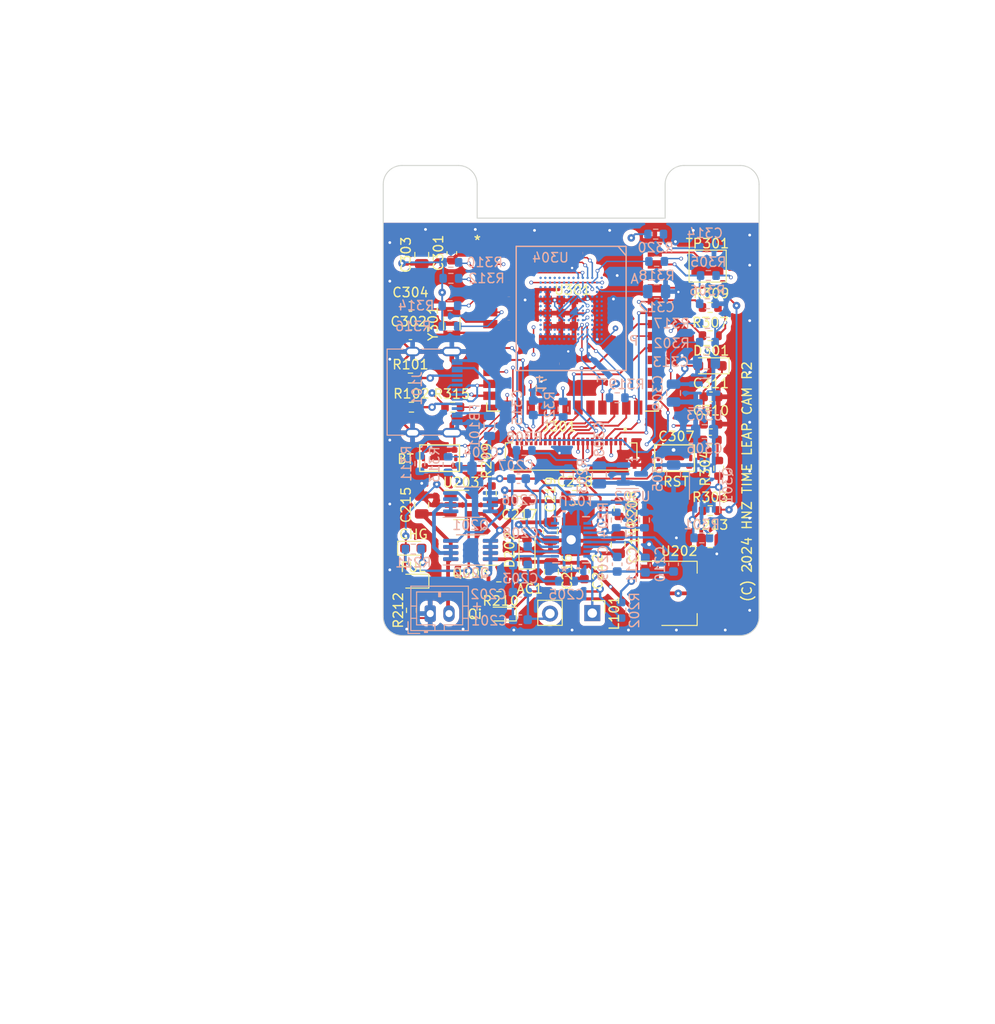
<source format=kicad_pcb>
(kicad_pcb (version 20221018) (generator pcbnew)
  (layers (0 "F.Cu" signal) (1 "In1.Cu" signal) (2 "In2.Cu" signal) (31 "B.Cu" signal) (34 "B.Paste" user) (35 "F.Paste" user) (36 "B.SilkS" user "B.Silkscreen") (37 "F.SilkS" user "F.Silkscreen") (38 "B.Mask" user) (39 "F.Mask" user) (44 "Edge.Cuts" user))
  (net 0 "")
  (net 1 "Net-(U201-AC1)")
  (net 2 "/qi-reveiver/AC1")
  (net 3 "/USBVDD")
  (net 4 "GND")
  (net 5 "/qi-reveiver/AC2")
  (net 6 "Net-(U201-CLMP1)")
  (net 7 "Net-(U201-COM1)")
  (net 8 "Net-(U201-BOOT1)")
  (net 9 "Net-(U201-BOOT2)")
  (net 10 "Net-(U201-COM2)")
  (net 11 "Net-(U201-CLMP2)")
  (net 12 "+3.3V")
  (net 13 "Net-(U201-RECT)")
  (net 14 "/qi-reveiver/VBAT")
  (net 15 "/qi-reveiver/VOUT")
  (net 16 "/esp32-cam-emmc/IO16{slash}XTAL32KN")
  (net 17 "/esp32-cam-emmc/IO15{slash}XTAL32KP")
  (net 18 "/esp32-cam-emmc/eMMC_PWR")
  (net 19 "/esp32-cam-emmc/~{RESET}")
  (net 20 "+1V8")
  (net 21 "+2V8")
  (net 22 "/esp32-cam-emmc/AFVDD2V8")
  (net 23 "Net-(U304-VDDI)")
  (net 24 "Net-(D201-K)")
  (net 25 "/qi-reveiver/QIVDD")
  (net 26 "Net-(D203-K)")
  (net 27 "Net-(D203-A)")
  (net 28 "Net-(D204-K)")
  (net 29 "Net-(FB101-Pad1)")
  (net 30 "Net-(J101-CC1)")
  (net 31 "/USBDP")
  (net 32 "/USBDM")
  (net 34 "Net-(J101-CC2)")
  (net 37 "/esp32-cam-emmc/PWDN")
  (net 38 "/esp32-cam-emmc/IO13{slash}PCLK")
  (net 39 "Net-(Q201-S-Pad1)")
  (net 40 "Net-(Q201-G)")
  (net 41 "Net-(Q301-G)")
  (net 42 "Net-(U201-~{CHG})")
  (net 43 "Net-(U201-TS-CTRL)")
  (net 44 "Net-(U201-FOD)")
  (net 45 "Net-(U201-ILIM)")
  (net 46 "Net-(U203-PROG)")
  (net 47 "/esp32-cam-emmc/IO0{slash}BOOT")
  (net 48 "/esp32-cam-emmc/RXD0{slash}IO44{slash}~{CAMVDD}")
  (net 49 "/esp32-cam-emmc/IO2{slash}BATVOL")
  (net 50 "/esp32-cam-emmc/IO4{slash}MMC_D0")
  (net 51 "/esp32-cam-emmc/IO3{slash}MMC_D5")
  (net 52 "/esp32-cam-emmc/IO5{slash}MMC_D1")
  (net 53 "/esp32-cam-emmc/IO46{slash}MMC_D6")
  (net 54 "/esp32-cam-emmc/IO6{slash}MMC_D2")
  (net 55 "/esp32-cam-emmc/IO9{slash}MMC_D7")
  (net 56 "/esp32-cam-emmc/IO7{slash}MMC_D3")
  (net 57 "/esp32-cam-emmc/IO21{slash}MMC_CLK")
  (net 58 "/esp32-cam-emmc/IO8{slash}MMC_D4")
  (net 59 "/esp32-cam-emmc/IO45{slash}MMC_CMD")
  (net 64 "/esp32-cam-emmc/IO1{slash}TOUCHSW1")
  (net 68 "/esp32-cam-emmc/TXD0{slash}IO43")
  (net 83 "Net-(U304-~{RST})")
  (net 84 "/esp32-cam-emmc/~{CAM_RESET}")
  (net 85 "/esp32-cam-emmc/IO42{slash}SDA")
  (net 86 "/esp32-cam-emmc/IO41{slash}SCL")
  (net 87 "/esp32-cam-emmc/IO40{slash}VSYNC")
  (net 88 "/esp32-cam-emmc/IO39{slash}HREF")
  (net 89 "/esp32-cam-emmc/IO38{slash}Y9")
  (net 90 "/esp32-cam-emmc/IO48{slash}XMCLK")
  (net 91 "/esp32-cam-emmc/IO47{slash}Y8")
  (net 92 "/esp32-cam-emmc/IO14{slash}Y7")
  (net 93 "/esp32-cam-emmc/IO12{slash}Y6")
  (net 94 "/esp32-cam-emmc/IO11{slash}Y2")
  (net 95 "/esp32-cam-emmc/IO10{slash}Y5")
  (net 96 "/esp32-cam-emmc/IO18{slash}Y3")
  (net 97 "/esp32-cam-emmc/IO17{slash}Y4")
  (footprint "Capacitor_SMD:C_0805_2012Metric" (layer "F.Cu") (at 151.9 70.7 90)
    (fp_text reference "C215")
    (fp_text value "4.7uF")
  )
  (footprint "Capacitor_SMD:C_0805_2012Metric" (layer "F.Cu") (at 165.7 77.8 -90)
    (fp_text reference "C216")
    (fp_text value "1uF")
  )
  (footprint "Diode_SMD:D_SOD-323_HandSoldering" (layer "F.Cu") (at 163.1 75.5 90)
    (fp_text reference "D202")
    (fp_text value "NSR0340HT1G")
  )
  (footprint "Resistor_SMD:R_0603_1608Metric" (layer "F.Cu") (at 160.1 79.4)
    (fp_text reference "R210")
    (fp_text value "100K")
  )
  (footprint "Capacitor_SMD:C_0603_1608Metric" (layer "F.Cu") (at 155.1 43.9 90)
    (fp_text reference "C301")
    (fp_text value "0.1uF")
  )
  (footprint "tbctl:PinHole_1x02_P4.5mm_Vertical" (layer "F.Cu") (at 170.05 82.2 -90)
    (fp_text reference "L101")
    (fp_text value "WR483265-15F5-G")
  )
  (footprint "Resistor_SMD:R_0603_1608Metric" (layer "F.Cu") (at 182.6 52.7 180)
    (fp_text reference "R307")
    (fp_text value "4.7K")
  )
  (footprint "Resistor_SMD:R_0603_1608Metric" (layer "F.Cu") (at 159.3 69.5 -90)
    (fp_text reference "R209")
    (fp_text value "2K")
  )
  (footprint "tbctl:TestPoint_Pad_3.2x1.6mm" (layer "F.Cu") (at 182.3 45.3)
    (fp_text reference "TP301")
    (fp_text value "TOUCHSW")
  )
  (footprint "Capacitor_SMD:C_0805_2012Metric" (layer "F.Cu") (at 172.8 74.9 90)
    (fp_text reference "C214")
    (fp_text value "22uF")
  )
  (footprint "Package_TO_SOT_SMD:SOT-223-3_TabPin2" (layer "F.Cu") (at 179.3 80.1)
    (fp_text reference "U202")
    (fp_text value "LD1117S33TR_SOT223")
  )
  (footprint "Capacitor_SMD:C_0603_1608Metric" (layer "F.Cu") (at 162.3 70.3 180)
    (fp_text reference "C217")
    (fp_text value "0.1uF/25V")
  )
  (footprint "Resistor_SMD:R_0603_1608Metric" (layer "F.Cu") (at 172.9 71.1 -90)
    (fp_text reference "R208")
    (fp_text value "10K")
  )
  (footprint "Crystal:Crystal_SMD_3215-2Pin_3.2x1.5mm" (layer "F.Cu") (at 155.1 51.4 -90)
    (fp_text reference "Y301")
    (fp_text value "32.7680KHz")
  )
  (footprint "Package_TO_SOT_SMD:SOT-23-5" (layer "F.Cu") (at 156.1 70.7)
    (fp_text reference "U203")
    (fp_text value "MCP73831-2-OT")
  )
  (footprint "Resistor_SMD:R_0603_1608Metric" (layer "F.Cu") (at 182.6 49.7 180)
    (fp_text reference "R309")
    (fp_text value "4.7K")
  )
  (footprint "Capacitor_SMD:C_0603_1608Metric" (layer "F.Cu") (at 169.2 77.8 -90)
    (fp_text reference "C212")
    (fp_text value "0.1uF")
  )
  (footprint "tbctl:WS-TASV SMT Tact Switch" (layer "F.Cu") (at 153.8 65.7)
    (fp_text reference "SW301" hide)
    (fp_text value "3.5x2.6 Tact SW")
  )
  (footprint "Capacitor_SMD:C_0805_2012Metric" (layer "F.Cu") (at 165.6 73.5 -90)
    (fp_text reference "C219")
    (fp_text value "22uF")
  )
  (footprint "tbctl:ESP32-S3-WROOM-1_EXP" (layer "F.Cu") (at 167.95 47.84)
    (fp_text reference "U301")
    (fp_text value "ESP32-S3-WROOM-1-N16R8")
  )
  (footprint "LED_SMD:LED_0603_1608Metric_Pad1.05x0.95mm_HandSolder" (layer "F.Cu") (at 151 75.3)
    (fp_text reference "D203" hide)
    (fp_text value "LED RED")
  )
  (footprint "Resistor_SMD:R_0603_1608Metric" (layer "F.Cu") (at 150.8 81.9 -90)
    (fp_text reference "R212")
    (fp_text value "330")
  )
  (footprint "Resistor_SMD:R_0603_1608Metric" (layer "F.Cu") (at 150.8 60.3)
    (fp_text reference "R102")
    (fp_text value "5.1K")
  )
  (footprint "Diode_SMD:D_SOD-323_HandSoldering" (layer "F.Cu") (at 182.6 55.9 180)
    (fp_text reference "D301")
    (fp_text value "NSR0340HT1G")
  )
  (footprint "Capacitor_SMD:C_0603_1608Metric" (layer "F.Cu") (at 150.7 49.6 180)
    (fp_text reference "C304")
    (fp_text value "16pF")
  )
  (footprint "Capacitor_SMD:C_0603_1608Metric" (layer "F.Cu") (at 182.675 59.2)
    (fp_text reference "C311")
    (fp_text value "2.2uF")
  )
  (footprint "Resistor_SMD:R_0603_1608Metric" (layer "F.Cu") (at 182.6 71.3)
    (fp_text reference "R303")
    (fp_text value "1K")
  )
  (footprint "Capacitor_SMD:C_0603_1608Metric" (layer "F.Cu") (at 150.7 52.6 180)
    (fp_text reference "C302")
    (fp_text value "16pF")
  )
  (footprint "Capacitor_SMD:C_0805_2012Metric" (layer "F.Cu") (at 151.9 44.1 90)
    (fp_text reference "C303")
    (fp_text value "10uF")
  )
  (footprint "Resistor_SMD:R_0603_1608Metric" (layer "F.Cu") (at 183.5 66.8 90)
    (fp_text reference "R304")
    (fp_text value "10K")
  )
  (footprint "LED_SMD:LED_0603_1608Metric_Pad1.05x0.95mm_HandSolder" (layer "F.Cu") (at 151 78.8 180)
    (fp_text reference "D204" hide)
    (fp_text value "LED GREEN")
  )
  (footprint "Resistor_SMD:R_0603_1608Metric" (layer "F.Cu") (at 155.2 60.3 180)
    (fp_text reference "R315")
    (fp_text value "10K")
  )
  (footprint "Capacitor_SMD:C_0603_1608Metric" (layer "F.Cu") (at 182.6 63.8 180)
    (fp_text reference "C307")
    (fp_text value "0.1uF")
  )
  (footprint "Capacitor_SMD:C_0805_2012Metric" (layer "F.Cu") (at 168.2 69.9)
    (fp_text reference "C218")
    (fp_text value "1uF")
  )
  (footprint "Capacitor_SMD:C_0603_1608Metric" (layer "F.Cu") (at 182.675 62.1)
    (fp_text reference "C310")
    (fp_text value "0.1uF")
  )
  (footprint "tbctl:WS-TASV SMT Tact Switch" (layer "F.Cu") (at 178.8 65.7)
    (fp_text reference "SW302" hide)
    (fp_text value "3.5x2.6 Tact SW")
  )
  (footprint "LED_SMD:LED_0603_1608Metric_Pad1.05x0.95mm_HandSolder" (layer "F.Cu") (at 160.3 82.3 180)
    (fp_text reference "D201" hide)
    (fp_text value "LED RED")
  )
  (footprint "tbctl:HRS_FH34SRJ-24S-0.5SH_50_" (layer "F.Cu") (at 167.8 65.2)
    (fp_text reference "J301")
    (fp_text value "FH34SRJ-24S-0.5SH50")
  )
  (footprint "Capacitor_SMD:C_0805_2012Metric" (layer "F.Cu") (at 182.6 74.5)
    (fp_text reference "C213")
    (fp_text value "10uF")
  )
  (footprint "Package_SO:MSOP-8_3x3mm_P0.65mm" (layer "F.Cu") (at 157.1 75.5 180)
    (fp_text reference "Q203")
    (fp_text value "IRF7606TRPBF")
  )
  (footprint "Resistor_SMD:R_0603_1608Metric" (layer "F.Cu") (at 150.7 57.2)
    (fp_text reference "R101")
    (fp_text value "5.1K")
  )
  (footprint "Resistor_SMD:R_0603_1608Metric" (layer "B.Cu") (at 151.7 66.3 -90)
    (fp_text reference "R311")
    (fp_text value "10K")
  )
  (footprint "tbctl:RHL20_2P05X3P05" (layer "B.Cu") (at 167.8 74.4)
    (fp_text reference "U201")
    (fp_text value "BQ51013BRHLR")
  )
  (footprint "Package_TO_SOT_SMD:SOT-23" (layer "B.Cu") (at 174.3 67.4)
    (fp_text reference "U302")
    (fp_text value "MCP1700T-1802E/TT")
  )
  (footprint "Resistor_SMD:R_0603_1608Metric" (layer "B.Cu") (at 182.3 53.4 180)
    (fp_text reference "R302")
    (fp_text value "10K")
  )
  (footprint "Resistor_SMD:R_0603_1608Metric" (layer "B.Cu") (at 176.9 44.8 180)
    (fp_text reference "R318")
    (fp_text value "10K")
  )
  (footprint "Resistor_SMD:R_0603_1608Metric" (layer "B.Cu") (at 176.8 41.9)
    (fp_text reference "R320")
    (fp_text value "10K")
  )
  (footprint "Resistor_SMD:R_0603_1608Metric" (layer "B.Cu") (at 155 44.9)
    (fp_text reference "R310")
    (fp_text value "10K")
  )
  (footprint "Capacitor_SMD:C_0603_1608Metric" (layer "B.Cu") (at 162.4 82.9)
    (fp_text reference "C201")
    (fp_text value "22nF/25V")
  )
  (footprint "Package_SO:MSOP-8_3x3mm_P0.65mm" (layer "B.Cu") (at 157.1 75.475)
    (fp_text reference "Q202")
    (fp_text value "IRF7606TRPBF")
  )
  (footprint "Inductor_SMD:L_0805_2012Metric" (layer "B.Cu") (at 159.1 62.3 -90)
    (fp_text reference "FB101")
    (fp_text value "MH2029-601Y")
  )
  (footprint "Capacitor_SMD:C_0603_1608Metric" (layer "B.Cu") (at 162.4 79.99)
    (fp_text reference "C202")
    (fp_text value "0.01uF/25V")
  )
  (footprint "Capacitor_SMD:C_0805_2012Metric" (layer "B.Cu") (at 178.7 58.8 -90)
    (fp_text reference "C309")
    (fp_text value "1uF")
  )
  (footprint "Capacitor_SMD:C_0603_1608Metric" (layer "B.Cu") (at 162.3 71.6 180)
    (fp_text reference "C206")
    (fp_text value "0.47uF/25V")
  )
  (footprint "Capacitor_SMD:C_0603_1608Metric" (layer "B.Cu") (at 182.225 43.3)
    (fp_text reference "C314")
    (fp_text value "0.1uF")
  )
  (footprint "Capacitor_SMD:C_0603_1608Metric" (layer "B.Cu") (at 162.2 67.9 180)
    (fp_text reference "C207")
    (fp_text value "22nF/25V")
  )
  (footprint "Resistor_SMD:R_0603_1608Metric" (layer "B.Cu") (at 175.6 72.3 -90)
    (fp_text reference "R207")
    (fp_text value "150 1%")
  )
  (footprint "Capacitor_SMD:C_0603_1608Metric" (layer "B.Cu") (at 167.3 78.8)
    (fp_text reference "C205")
    (fp_text value "2000pF/25V")
  )
  (footprint "Resistor_SMD:R_0603_1608Metric" (layer "B.Cu") (at 172.7 59.3 180)
    (fp_text reference "R319")
    (fp_text value "10K")
  )
  (footprint "Capacitor_SMD:C_0805_2012Metric" (layer "B.Cu") (at 158.2 66.8 180)
    (fp_text reference "C204")
    (fp_text value "1uF")
  )
  (footprint "tbctl:EM32VSUKN FPGA153" (layer "B.Cu") (at 167.8 49.8 180)
    (fp_text reference "U304")
    (fp_text value "FEMC064G-M11\n")
  )
  (footprint "Resistor_SMD:R_0603_1608Metric" (layer "B.Cu") (at 166.94 60.51 -90)
    (fp_text reference "R321")
    (fp_text value "10K")
  )
  (footprint "Resistor_SMD:R_0603_1608Metric" (layer "B.Cu") (at 151 75.4)
    (fp_text reference "R211")
    (fp_text value "330")
  )
  (footprint "tbctl:USB_C_5077CR-16-SMC2-BK-TR" (layer "B.Cu") (at 152 58.7 90)
    (fp_text reference "J101")
    (fp_text value "USB4105-GF-A")
  )
  (footprint "Capacitor_SMD:C_0603_1608Metric" (layer "B.Cu") (at 172.7 77 -90)
    (fp_text reference "C209")
    (fp_text value "0.01uF/25V")
  )
  (footprint "Capacitor_SMD:C_0603_1608Metric" (layer "B.Cu") (at 175.7 77.1 -90)
    (fp_text reference "C211")
    (fp_text value "0.47uF/25V")
  )
  (footprint "Resistor_SMD:R_0603_1608Metric" (layer "B.Cu") (at 182.3 49.3)
    (fp_text reference "R306")
    (fp_text value "51K 1%")
  )
  (footprint "Connector_JST:JST_PH_B2B-PH-K_1x02_P2.00mm_Vertical" (layer "B.Cu") (at 152.8 82.25)
    (fp_text reference "J201" hide)
    (fp_text value "LiPo BATTERY")
  )
  (footprint "Capacitor_SMD:C_0805_2012Metric" (layer "B.Cu") (at 182.2 55.5 180)
    (fp_text reference "C313")
    (fp_text value "1uF")
  )
  (footprint "Resistor_SMD:R_0603_1608Metric" (layer "B.Cu") (at 155 46.6)
    (fp_text reference "R312")
    (fp_text value "10K")
  )
  (footprint "Package_SO:MSOP-8_3x3mm_P0.65mm" (layer "B.Cu") (at 182 68.6 90)
    (fp_text reference "Q301")
    (fp_text value "IRF7606TRPBF")
  )
  (footprint "Capacitor_SMD:C_0603_1608Metric" (layer "B.Cu") (at 163.77 60.365 90)
    (fp_text reference "C315")
    (fp_text value "0.1uF")
  )
  (footprint "Resistor_SMD:R_0603_1608Metric" (layer "B.Cu") (at 162.8 64.9 180)
    (fp_text reference "R308")
    (fp_text value "10K")
  )
  (footprint "Resistor_SMD:R_0603_1608Metric" (layer "B.Cu") (at 167.5 67.6 -90)
    (fp_text reference "R203")
    (fp_text value "10K")
  )
  (footprint "Resistor_SMD:R_0603_1608Metric" (layer "B.Cu") (at 154.7 66.4 -90)
    (fp_text reference "R313")
    (fp_text value "10K")
  )
  (footprint "Capacitor_SMD:C_0805_2012Metric" (layer "B.Cu") (at 170.8 67.5 -90)
    (fp_text reference "C308")
    (fp_text value "1uF")
  )
  (footprint "Resistor_SMD:R_0603_1608Metric" (layer "B.Cu") (at 172.6 72.3 90)
    (fp_text reference "R204")
    (fp_text value "110 1%")
  )
  (footprint "Capacitor_SMD:C_0805_2012Metric" (layer "B.Cu") (at 182 62.9 180)
    (fp_text reference "C306")
    (fp_text value "1uF")
  )
  (footprint "Resistor_SMD:R_0603_1608Metric" (layer "B.Cu") (at 154.9 51.7)
    (fp_text reference "R316")
    (fp_text value "10K")
  )
  (footprint "Resistor_SMD:R_0603_1608Metric" (layer "B.Cu") (at 182.4 46.3 180)
    (fp_text reference "R305")
    (fp_text value "51K 1%")
  )
  (footprint "Capacitor_SMD:C_0603_1608Metric" (layer "B.Cu") (at 162.4 77.09)
    (fp_text reference "C203")
    (fp_text value "0.1uF/25V")
  )
  (footprint "Resistor_SMD:R_0603_1608Metric" (layer "B.Cu") (at 182.3 51.4)
    (fp_text reference "R317")
    (fp_text value "10K")
  )
  (footprint "Capacitor_SMD:C_0805_2012Metric" (layer "B.Cu") (at 178.7 67.4 -90)
    (fp_text reference "C305")
    (fp_text value "1uF")
  )
  (footprint "Resistor_SMD:R_0603_1608Metric" (layer "B.Cu") (at 154.9 49.5)
    (fp_text reference "R314")
    (fp_text value "10K")
  )
  (footprint "Capacitor_SMD:C_0603_1608Metric" (layer "B.Cu") (at 178.7 77 -90)
    (fp_text reference "C210")
    (fp_text value "22nF/25V")
  )
  (footprint "Resistor_SMD:R_0603_1608Metric" (layer "B.Cu") (at 181.7 74.2 180)
    (fp_text reference "R301")
    (fp_text value "10K")
  )
  (footprint "Capacitor_SMD:C_0805_2012Metric" (layer "B.Cu") (at 176.9 48)
    (fp_text reference "C312")
    (fp_text value "1uF")
  )
  (footprint "Package_TO_SOT_SMD:SOT-23" (layer "B.Cu") (at 182 58.8)
    (fp_text reference "U303")
    (fp_text value "MCP1700T-2802E/TT")
  )
  (footprint "Package_SO:MSOP-8_3x3mm_P0.65mm" (layer "B.Cu") (at 157.1 70.4)
    (fp_text reference "Q201")
    (fp_text value "IRF7606TRPBF")
  )
  (footprint "Resistor_SMD:R_0603_1608Metric" (layer "B.Cu") (at 173.1 81.9 90)
    (fp_text reference "R202")
    (fp_text value "1K")
  )
  (footprint "Capacitor_SMD:C_0603_1608Metric" (layer "B.Cu") (at 162.4 75.1 180)
    (fp_text reference "C208")
    (fp_text value "0.01uF/25V")
  )
  (gr_line (start 185.8 34.6) (end 179.8 34.6) (stroke (width 0.1)) (layer "Edge.Cuts"))
  (gr_arc (start 185.8 34.6) (mid 187.214214 35.185786) (end 187.8 36.6) (stroke (width 0.1)) (layer "Edge.Cuts"))
  (gr_arc (start 187.8 82.585786) (mid 187.214214 84) (end 185.8 84.585786) (stroke (width 0.1)) (layer "Edge.Cuts"))
  (gr_line (start 185.8 84.585786) (end 149.8 84.585786) (stroke (width 0.1)) (layer "Edge.Cuts"))
  (gr_arc (start 149.8 84.585786) (mid 148.385786 84) (end 147.8 82.585786) (stroke (width 0.1)) (layer "Edge.Cuts"))
  (gr_arc (start 155.8 34.599955) (mid 157.209484 35.181009) (end 157.8 36.586555) (stroke (width 0.1)) (layer "Edge.Cuts"))
  (gr_line (start 187.8 36.6) (end 187.8 82.585786) (stroke (width 0.1)) (layer "Edge.Cuts"))
  (gr_line (start 147.8 82.585786) (end 147.8 36.6) (stroke (width 0.1)) (layer "Edge.Cuts"))
  (gr_line (start 155.8 34.599955) (end 149.8 34.6) (stroke (width 0.1)) (layer "Edge.Cuts"))
  (gr_arc (start 147.8 36.6) (mid 148.385786 35.185786) (end 149.8 34.6) (stroke (width 0.1)) (layer "Edge.Cuts"))
  (gr_arc (start 177.8 36.6) (mid 178.387013 35.187013) (end 179.8 34.6) (stroke (width 0.1)) (layer "Edge.Cuts"))
  (gr_line (start 157.8 36.586555) (end 157.8 40.2) (stroke (width 0.1)) (layer "Edge.Cuts"))
  (gr_line (start 157.8 40.2) (end 177.8 40.2) (stroke (width 0.1)) (layer "Edge.Cuts"))
  (gr_line (start 177.8 40.2) (end 177.8 36.6) (stroke (width 0.1)) (layer "Edge.Cuts"))
  (gr_text "+" (at 158.5 82) (layer "B.SilkS") (effects (font (size 1 1)) (justify left bottom mirror)))
  (gr_text "FUL" (at 149.5 77.9) (layer "F.SilkS") (effects (font (size 1 1)) (justify left bottom)))
  (gr_text "RST" (at 177.5 68.8) (layer "F.SilkS") (effects (font (size 1 1)) (justify left bottom)))
  (gr_text "CHG" (at 149.4 74.4) (layer "F.SilkS") (effects (font (size 1 1)) (justify left bottom)))
  (gr_text "(C) 2024 HNZ TIME LEAP CAM R2" (at 187.1 81.1 90) (layer "F.SilkS") (effects (font (size 1 1)) (justify left bottom)))
  (gr_text "AC1" (at 161.9 80.2) (layer "F.SilkS") (effects (font (size 1 1)) (justify left bottom)))
  (gr_text "Qi" (at 156.7 82.9) (layer "F.SilkS") (effects (font (size 1 1)) (justify left bottom)))
  (gr_text "BT" (at 149.2 66.4) (layer "F.SilkS") (effects (font (size 1 1)) (justify left bottom)))
  (segment (start 166.525 78.8) (end 164.9 78.8) (width 0.25) (layer "B.Cu") (net 1))
  (segment (start 161.425 67.9) (end 161.525 68) (width 0.25) (layer "B.Cu") (net 1))
  (segment (start 161.525 68) (end 161.525 75) (width 0.25) (layer "B.Cu") (net 1))
  (segment (start 161.625 82.9) (end 161.6 82.875) (width 0.25) (layer "B.Cu") (net 1))
  (segment (start 161.625 75.1) (end 161.625 77.09) (width 0.25) (layer "B.Cu") (net 1))
  (segment (start 161.525 75) (end 161.625 75.1) (width 0.25) (layer "B.Cu") (net 1))
  (segment (start 162.075001 76.149999) (end 166.075 76.149999) (width 0.25) (layer "B.Cu") (net 1))
  (segment (start 164.9 78.8) (end 164.3 78.2) (width 0.25) (layer "B.Cu") (net 1))
  (segment (start 161.6 82.875) (end 161.6 76.625) (width 0.25) (layer "B.Cu") (net 1))
  (segment (start 164.3 78.2) (end 164.3 76.149999) (width 0.25) (layer "B.Cu") (net 1))
  (segment (start 161.6 76.625) (end 162.075001 76.149999) (width 0.25) (layer "B.Cu") (net 1))
  (segment (start 165 82.8) (end 163.2 82.8) (width 0.25) (layer "B.Cu") (net 2))
  (segment (start 163.2 77.115) (end 163.175 77.09) (width 0.25) (layer "B.Cu") (net 2))
  (segment (start 165.55 82.25) (end 165 82.8) (width 0.25) (layer "B.Cu") (net 2))
  (segment (start 163.2 82.8) (end 163.2 77.115) (width 0.25) (layer "B.Cu") (net 2))
  (segment (start 164.47 67.9) (end 166.09 69.52) (width 0.25) (layer "F.Cu") (net 3))
  (segment (start 160.2 67.9) (end 164.47 67.9) (width 0.25) (layer "F.Cu") (net 3))
  (segment (start 166.09 69.52) (end 166.1 69.51) (width 0.25) (layer "F.Cu") (net 3))
  (via (at 160.2 67.9) (size 0.8) (drill 0.4) (layers "F.Cu" "B.Cu") (net 3))
  (via (at 166.09 69.52) (size 0.4) (drill 0.25) (layers "F.Cu" "B.Cu") (net 3))
  (segment (start 166.1 69.53) (end 166.1 69.549294) (width 0.25) (layer "B.Cu") (net 3))
  (segment (start 159.15 71.3125) (end 159.2125 71.375) (width 0.4) (layer "B.Cu") (net 3))
  (segment (start 159.25 67.9) (end 159.15 68) (width 0.25) (layer "B.Cu") (net 3))
  (segment (start 159.1 63.3625) (end 159.1 66.75) (width 0.4) (layer "B.Cu") (net 3))
  (segment (start 166.1 69.549294) (end 166.075 69.574294) (width 0.25) (layer "B.Cu") (net 3))
  (segment (start 166.09 69.52) (end 166.1 69.53) (width 0.25) (layer "B.Cu") (net 3))
  (segment (start 159.15 68) (end 159.15 71.3125) (width 0.4) (layer "B.Cu") (net 3))
  (segment (start 166.1 69.51) (end 166.09 69.52) (width 0.25) (layer "B.Cu") (net 3))
  (segment (start 159.1 66.75) (end 159.15 66.8) (width 0.4) (layer "B.Cu") (net 3))
  (segment (start 166.075 69.574294) (end 166.075 72.650001) (width 0.25) (layer "B.Cu") (net 3))
  (segment (start 159.15 66.8) (end 159.15 68) (width 0.4) (layer "B.Cu") (net 3))
  (segment (start 160.2 67.9) (end 159.25 67.9) (width 0.25) (layer "B.Cu") (net 3))
  (segment (start 150.8 82.725) (end 152.325 82.725) (width 0.2) (layer "F.Cu") (net 4))
  (segment (start 169.15 73.05) (end 167.8 74.4) (width 0.4) (layer "F.Cu") (net 4))
  (segment (start 158.925 70.7) (end 159.3 70.325) (width 0.4) (layer "F.Cu") (net 4))
  (segment (start 172.25 74.5) (end 167.9 74.5) (width 0.4) (layer "F.Cu") (net 4))
  (segment (start 169.45 48.9) (end 168.1 48.9) (width 0.2) (layer "F.Cu") (net 4))
  (segment (start 162.4 78.7) (end 162.35 78.75) (width 0.4) (layer "F.Cu") (net 4))
  (segment (start 167.9 74.5) (end 167.8 74.4) (width 0.4) (layer "F.Cu") (net 4))
  (segment (start 151.925 43.125) (end 151.9 43.15) (width 0.4) (layer "F.Cu") (net 4))
  (segment (start 155.375 64.85) (end 152.225 64.85) (width 0.25) (layer "F.Cu") (net 4))
  (segment (start 165.7 78.75) (end 165.875 78.575) (width 0.4) (layer "F.Cu") (net 4))
  (segment (start 149.875 57.2) (end 149.875 55.43) (width 0.25) (layer "F.Cu") (net 4))
  (segment (start 169.57 48.8) (end 172.3 48.8) (width 0.15) (layer "F.Cu") (net 4))
  (segment (start 152.325 82.725) (end 152.8 82.25) (width 0.2) (layer "F.Cu") (net 4))
  (segment (start 161.050001 66.654993) (end 161.05 66.45) (width 0.25) (layer "F.Cu") (net 4))
  (segment (start 152.85 70.7) (end 151.9 69.75) (width 0.4) (layer "F.Cu") (net 4))
  (segment (start 172.8 73.95) (end 172.25 74.5) (width 0.4) (layer "F.Cu") (net 4))
  (segment (start 162.45 78.75) (end 162.4 78.7) (width 0.4) (layer "F.Cu") (net 4))
  (segment (start 177.225 64.85) (end 180.375 64.85) (width 0.25) (layer "F.Cu") (net 4))
  (segment (start 173.05 64.95) (end 174.55 66.45) (width 0.2) (layer "F.Cu") (net 4))
  (segment (start 161.05 66.45) (end 161.3 66.2) (width 0.25) (layer "F.Cu") (net 4))
  (segment (start 155.1 43.125) (end 155.645 42.58) (width 0.4) (layer "F.Cu") (net 4))
  (segment (start 178.78 42.58) (end 178.9 42.7) (width 0.4) (layer "F.Cu") (net 4))
  (segment (start 154.9625 70.7) (end 152.85 70.7) (width 0.4) (layer "F.Cu") (net 4))
  (segment (start 167.75 74.45) (end 167.8 74.4) (width 0.4) (layer "F.Cu") (net 4))
  (segment (start 166.55 63.95) (end 166.55 65.16) (width 0.2) (layer "F.Cu") (net 4))
  (segment (start 149.925 49.6) (end 149.925 52.6) (width 0.25) (layer "F.Cu") (net 4))
  (segment (start 165.7 78.75) (end 162.45 78.75) (width 0.4) (layer "F.Cu") (net 4))
  (segment (start 149.975 57.3) (end 149.875 57.2) (width 0.25) (layer "F.Cu") (net 4))
  (segment (start 169.56 48.79) (end 169.57 48.8) (width 0.15) (layer "F.Cu") (net 4))
  (segment (start 176.15 64.85) (end 177.225 64.85) (width 0.25) (layer "F.Cu") (net 4))
  (segment (start 150.925 54.38) (end 150.88 54.38) (width 0.25) (layer "F.Cu") (net 4))
  (segment (start 176.15 77.8) (end 176.15 74.9245) (width 0.4) (layer "F.Cu") (net 4))
  (segment (start 180.775 64.85) (end 181.825 63.8) (width 0.25) (layer "F.Cu") (net 4))
  (segment (start 151.9 69.75) (end 151.9 68.4) (width 0.4) (layer "F.Cu") (net 4))
  (segment (start 149.975 60.3) (end 149.975 57.3) (width 0.25) (layer "F.Cu") (net 4))
  (segment (start 161.575 78.75) (end 160.925 79.4) (width 0.4) (layer "F.Cu") (net 4))
  (segment (start 173.05 63.95) (end 173.05 64.95) (width 0.2) (layer "F.Cu") (net 4))
  (segment (start 149.975 60.3) (end 149.975 62.07) (width 0.25) (layer "F.Cu") (net 4))
  (segment (start 180.375 64.85) (end 180.775 64.85) (width 0.25) (layer "F.Cu") (net 4))
  (segment (start 169.315781 50.3) (end 168.1 50.3) (width 0.15) (layer "F.Cu") (net 4))
  (segment (start 150.925 63.02) (end 155.105 63.02) (width 0.25) (layer "F.Cu") (net 4))
  (segment (start 161.3 66.2) (end 161.8 66.2) (width 0.25) (layer "F.Cu") (net 4))
  (segment (start 162.55 65.45) (end 161.8 66.2) (width 0.2) (layer "F.Cu") (net 4))
  (segment (start 149.975 62.07) (end 150.925 63.02) (width 0.25) (layer "F.Cu") (net 4))
  (segment (start 165.875 78.575) (end 169.2 78.575) (width 0.4) (layer "F.Cu") (net 4))
  (segment (start 150.925 54.38) (end 155.105 54.38) (width 0.25) (layer "F.Cu") (net 4))
  (segment (start 165.6 74.45) (end 167.75 74.45) (width 0.4) (layer "F.Cu") (net 4))
  (segment (start 162.55 64.154993) (end 162.55 65.45) (width 0.2) (layer "F.Cu") (net 4))
  (segment (start 155.375 64.85) (end 155.375 63.29) (width 0.25) (layer "F.Cu") (net 4))
  (segment (start 166.55 65.16) (end 166.56 65.17) (width 0.2) (layer "F.Cu") (net 4))
  (segment (start 150.88 54.38) (end 149.925 53.425) (width 0.25) (layer "F.Cu") (net 4))
  (segment (start 155.1 43.125) (end 151.925 43.125) (width 0.4) (layer "F.Cu") (net 4))
  (segment (start 162.35 78.75) (end 161.575 78.75) (width 0.4) (layer "F.Cu") (net 4))
  (segment (start 174.55 66.45) (end 176.15 64.85) (width 0.25) (layer "F.Cu") (net 4))
  (segment (start 155.645 42.58) (end 159.2 42.58) (width 0.4) (layer "F.Cu") (net 4))
  (segment (start 155.375 63.29) (end 155.105 63.02) (width 0.25) (layer "F.Cu") (net 4))
  (segment (start 183.55 74.5) (end 183.55 75.65) (width 0.4) (layer "F.Cu") (net 4))
  (segment (start 169.15 69.9) (end 169.15 73.05) (width 0.4) (layer "F.Cu") (net 4))
  (segment (start 176.15 74.9245) (end 176.1 74.8745) (width 0.4) (layer "F.Cu") (net 4))
  (segment (start 167.75 74.35) (end 167.8 74.4) (width 0.2) (layer "F.Cu") (net 4))
  (segment (start 149.875 55.43) (end 150.925 54.38) (width 0.25) (layer "F.Cu") (net 4))
  (segment (start 169.56 48.79) (end 169.45 48.9) (width 0.2) (layer "F.Cu") (net 4))
  (segment (start 176.7 42.58) (end 178.78 42.58) (width 0.4) (layer "F.Cu") (net 4))
  (segment (start 154.9625 70.7) (end 158.925 70.7) (width 0.4) (layer "F.Cu") (net 4))
  (segment (start 149.925 53.425) (end 149.925 52.6) (width 0.25) (layer "F.Cu") (net 4))
  (segment (start 169.560845 50.054936) (end 169.315781 50.3) (width 0.15) (layer "F.Cu") (net 4))
  (segment (start 183.55 75.65) (end 183.3 75.9) (width 0.4) (layer "F.Cu") (net 4))
  (via (at 184.2 84) (size 0.8) (drill 0.3) (layers "F.Cu" "B.Cu") (net 4))
  (via (at 163.9 41.5) (size 0.8) (drill 0.3) (layers "F.Cu" "B.Cu") (net 4))
  (via (at 148.5 46.9) (size 0.8) (drill 0.3) (layers "F.Cu" "B.Cu") (net 4))
  (via (at 177 68.4) (size 0.8) (drill 0.3) (layers "F.Cu" "B.Cu") (net 4))
  (via (at 150.3 83.9) (size 0.8) (drill 0.3) (layers "F.Cu" "B.Cu") (net 4))
  (via (at 166.56 65.17) (size 0.4) (drill 0.25) (layers "F.Cu" "B.Cu") (net 4))
  (via (at 178.9 42.7) (size 0.8) (drill 0.3) (layers "F.Cu" "B.Cu") (net 4))
  (via (at 186.8 61.9) (size 0.8) (drill 0.3) (layers "F.Cu" "B.Cu") (net 4))
  (via (at 178.7 64.85) (size 0.8) (drill 0.4) (layers "F.Cu" "B.Cu") (net 4))
  (via (at 186.8 45.2) (size 0.8) (drill 0.3) (layers "F.Cu" "B.Cu") (net 4))
  (via (at 169.560845 50.054936) (size 0.4) (drill 0.25) (layers "F.Cu" "B.Cu") (net 4))
  (via (at 148.5 55.2) (size 0.8) (drill 0.3) (layers "F.Cu" "B.Cu") (net 4))
  (via (at 170.572903 53.082568) (size 0.4) (drill 0.25) (layers "F.Cu" "B.Cu") (net 4))
  (via (at 176.1 74.8745) (size 0.8) (drill 0.4) (layers "F.Cu" "B.Cu") (net 4))
  (via (at 148.5 63.8) (size 0.8) (drill 0.3) (layers "F.Cu" "B.Cu") (net 4))
  (via (at 186.8 56.6) (size 0.8) (drill 0.3) (layers "F.Cu" "B.Cu") (net 4))
  (via (at 167.9 84) (size 0.8) (drill 0.3) (layers "F.Cu" "B.Cu") (net 4))
  (via (at 169.56 48.79) (size 0.4) (drill 0.25) (layers "F.Cu" "B.Cu") (net 4))
  (via (at 186.8 81.9) (size 0.8) (drill 0.3) (layers "F.Cu" "B.Cu") (net 4))
  (via (at 148.5 77.6) (size 0.8) (drill 0.3) (layers "F.Cu" "B.Cu") (net 4))
  (via (at 162.4 78.7) (size 0.8) (drill 0.3) (layers "F.Cu" "B.Cu") (net 4))
  (via (at 186.8 51.1) (size 0.8) (drill 0.3) (layers "F.Cu" "B.Cu") (net 4))
  (via (at 167.49 54.37) (size 0.4) (drill 0.25) (layers "F.Cu" "B.Cu") (net 4))
  (via (at 183.3 75.9) (size 0.8) (drill 0.3) (layers "F.Cu" "B.Cu") (net 4))
  (via (at 172.3 48.8) (size 0.8) (drill 0.3) (layers "F.Cu" "B.Cu") (net 4))
  (via (at 179 84) (size 0.8) (drill 0.3) (layers "F.Cu" "B.Cu") (net 4))
  (via (at 172.7 46.3) (size 0.8) (drill 0.3) (layers "F.Cu" "B.Cu") (net 4))
  (via (at 179.21 48.0495) (size 0.4) (drill 0.25) (layers "F.Cu" "B.Cu") (net 4))
  (via (at 180.8 41.5) (size 0.8) (drill 0.3) (layers "F.Cu" "B.Cu") (net 4))
  (via (at 161.8 66.2) (size 0.8) (drill 0.4) (layers "F.Cu" "B.Cu") (net 4))
  (via (at 186.8 42) (size 0.8) (drill 0.3) (layers "F.Cu" "B.Cu") (net 4))
  (via (at 148.5 42.8) (size 0.8) (drill 0.3) (layers "F.Cu" "B.Cu") (net 4))
  (via (at 152.3 41.4) (size 0.8) (drill 0.3) (layers "F.Cu" "B.Cu") (net 4))
  (via (at 169.8 55) (size 0.4) (drill 0.25) (layers "F.Cu" "B.Cu") (net 4))
  (via (at 179 74.2) (size 0.8) (drill 0.3) (layers "F.Cu" "B.Cu") (net 4))
  (via (at 167.9 45.5) (size 0.4) (drill 0.25) (layers "F.Cu" "B.Cu") (net 4))
  (via (at 148.5 70.6) (size 0.8) (drill 0.3) (layers "F.Cu" "B.Cu") (net 4))
  (via (at 162.9 48.9) (size 0.8) (drill 0.3) (layers "F.Cu" "B.Cu") (net 4))
  (via (at 151.9 68.4) (size 0.8) (drill 0.3) (layers "F.Cu" "B.Cu") (net 4))
  (via (at 161.7 84) (size 0.8) (drill 0.3) (layers "F.Cu" "B.Cu") (net 4))
  (via (at 156.3 83.9) (size 0.8) (drill 0.3) (layers "F.Cu" "B.Cu") (net 4))
  (via (at 166.055001 48.915002) (size 0.4) (drill 0.25) (layers "F.Cu" "B.Cu") (net 4))
  (via (at 171.9 41.5) (size 0.8) (drill 0.3) (layers "F.Cu" "B.Cu") (net 4))
  (via (at 186.8 72.1) (size 0.8) (drill 0.3) (layers "F.Cu" "B.Cu") (net 4))
  (via (at 157.6 41.4) (size 0.8) (drill 0.3) (layers "F.Cu" "B.Cu") (net 4))
  (via (at 179.6 54.8) (size 0.8) (drill 0.3) (layers "F.Cu" "B.Cu") (net 4))
  (via (at 186.8 67.1) (size 0.8) (drill 0.3) (layers "F.Cu" "B.Cu") (net 4))
  (via (at 186.8 77) (size 0.8) (drill 0.3) (layers "F.Cu" "B.Cu") (net 4))
  (via (at 173.9 84) (size 0.8) (drill 0.3) (layers "F.Cu" "B.Cu") (net 4))
  (via (at 164.64 57.58) (size 0.4) (drill 0.25) (layers "F.Cu" "B.Cu") (net 4))
  (segment (start 168.550001 75.150001) (end 167.8 74.4) (width 0.2) (layer "B.Cu") (net 4))
  (segment (start 169.525 54.725) (end 169.525 53.075) (width 0.15) (layer "B.Cu") (net 4))
  (segment (start 173.3625 68.35) (end 170.9 68.35) (width 0.4) (layer "B.Cu") (net 4))
  (segment (start 155.67 54.945) (end 155.105 54.38) (width 0.4) (layer "B.Cu") (net 4))
  (segment (start 175.6 71.475) (end 176.25 71.475) (width 0.2) (layer "B.Cu") (net 4))
  (segment (start 156.32 63.02) (end 155.105 63.02) (width 0.4) (layer "B.Cu") (net 4))
  (segment (start 170.572903 53.082568) (end 170.55 53.059665) (width 0.15) (layer "B.Cu") (net 4))
  (segment (start 179 74.225) (end 180.675 75.9) (width 0.2) (layer "B.Cu") (net 4))
  (segment (start 176.95 68.35) (end 177 68.4) (width 0.4) (layer "B.Cu") (net 4))
  (segment (start 163.77 59.59) (end 163.77 58.45) (width 0.2) (layer "B.Cu") (net 4))
  (segment (start 169.545064 50.054936) (end 169.05 50.55) (width 0.15) (layer "B.Cu") (net 4))
  (segment (start 169.05 49.55) (end 168.05 50.55) (width 0.15) (layer "B.Cu") (net 4))
  (segment (start 169.65 68.45) (end 170.8 68.45) (width 0.25) (layer "B.Cu") (net 4))
  (segment (start 168.550001 73.649999) (end 167.8 74.4) (width 0.2) (layer "B.Cu") (net 4))
  (segment (start 155.67 55.35) (end 155.67 54.945) (width 0.4) (layer "B.Cu") (net 4))
  (segment (start 155.67 62.05) (end 155.67 62.455) (width 0.4) (layer "B.Cu") (net 4))
  (segment (start 168.05 50.55) (end 168.16 50.44) (width 0.15) (layer "B.Cu") (net 4))
  (segment (start 167.049999 75.150001) (end 167.8 74.4) (width 0.2) (layer "B.Cu") (net 4))
  (segment (start 169.56 48.557804) (end 169.56 48.79) (width 0.15) (layer "B.Cu") (net 4))
  (segment (start 167.55 51.05) (end 168.05 50.55) (width 0.15) (layer "B.Cu") (net 4))
  (segment (start 180.3 55.5) (end 179.6 54.8) (width 0.4) (layer "B.Cu") (net 4))
  (segment (start 157.25 63.95) (end 156.32 63.02) (width 0.4) (layer "B.Cu") (net 4))
  (segment (start 179 74.2) (end 179 74.225) (width 0.2) (layer "B.Cu") (net 4))
  (segment (start 166.055001 49.555001) (end 166.55 50.05) (width 0.15) (layer "B.Cu") (net 4))
  (segment (start 177.9 73.125) (end 178.975 74.2) (width 0.2) (layer "B.Cu") (net 4))
  (segment (start 161.8 65.075) (end 161.975 64.9) (width 0.25) (layer "B.Cu") (net 4))
  (segment (start 170.9 68.35) (end 170.8 68.45) (width 0.4) (layer "B.Cu") (net 4))
  (segment (start 168.05 48.55) (end 166.55 50.05) (width 0.15) (layer "B.Cu") (net 4))
  (segment (start 167.049999 73.649999) (end 167.8 74.4) (width 0.2) (layer "B.Cu") (net 4))
  (segment (start 181.25 55.5) (end 180.3 55.5) (width 0.4) (layer "B.Cu") (net 4))
  (segment (start 181.0625 59.75) (end 178.7 59.75) (width 0.4) (layer "B.Cu") (net 4))
  (segment (start 168.55 46.15) (end 168.55 46.55) (width 0.15) (layer "B.Cu") (net 4))
  (segment (start 170.55 53.059665) (end 170.55 52.55) (width 0.15) (layer "B.Cu") (net 4))
  (segment (start 169.09 48.087804) (end 169.56 48.557804) (width 0.15) (layer "B.Cu") (net 4))
  (segment (start 169.05 52.55) (end 168.55 53.05) (width 0.15) (layer "B.Cu") (net 4))
  (segment (start 163.77 58.45) (end 164.64 57.58) (width 0.2) (layer "B.Cu") (net 4))
  (segment (start 167.975 66.775) (end 169.65 68.45) (width 0.25) (layer "B.Cu") (net 4))
  (segment (start 180.675 75.9) (end 183.3 75.9) (width 0.2) (layer "B.Cu") (net 4))
  (segment (start 169.55 47.55) (end 169.49 47.55) (width 0.15) (layer "B.Cu") (net 4))
  (segment (start 167.49 54.37) (end 168.55 53.31) (width 0.15) (layer "B.Cu") (net 4))
  (segment (start 167.049999 76.624999) (end 167.049999 75.150001) (width 0.2) (layer "B.Cu") (net 4))
  (segment (start 155.67 62.455) (end 155.105 63.02) (width 0.4) (layer "B.Cu") (net 4))
  (segment (start 168.94 50.44) (end 169.05 50.55) (width 0.15) (layer "B.Cu") (net 4))
  (segment (start 173.3625 68.35) (end 176.95 68.35) (width 0.4) (layer "B.Cu") (net 4))
  (segment (start 169.525 53.075) (end 169.55 53.05) (width 0.15) (layer "B.Cu") (net 4))
  (segment (start 177.85 48) (end 179.1605 48) (width 0.15) (layer "B.Cu") (net 4))
  (segment (start 168.550001 76.624999) (end 168.550001 75.150001) (width 0.2) (layer "B.Cu") (net 4))
  (segment (start 176.25 71.475) (end 177.9 73.125) (width 0.2) (layer "B.Cu") (net 4))
  (segment (start 169.8 55) (end 169.525 54.725) (width 0.15) (layer "B.Cu") (net 4))
  (segment (start 166.055001 48.915002) (end 166.055001 49.555001) (width 0.15) (layer "B.Cu") (net 4))
  (segment (start 169.09 47.95) (end 169.09 48.087804) (width 0.15) (layer "B.Cu") (net 4))
  (segment (start 161.8 66.2) (end 161.8 65.075) (width 0.25) (layer "B.Cu") (net 4))
  (segment (start 181.05 62.9) (end 181.05 59.7625) (width 0.4) (layer "B.Cu") (net 4))
  (segment (start 168.55 53.31) (end 168.55 53.05) (width 0.15) (layer "B.Cu") (net 4))
  (segment (start 179.1605 48) (end 179.21 48.0495) (width 0.15) (layer "B.Cu") (net 4))
  (segment (start 167.9 45.5) (end 168.55 46.15) (width 0.15) (layer "B.Cu") (net 4))
  (segment (start 168.16 50.44) (end 168.94 50.44) (width 0.15) (layer "B.Cu") (net 4))
  (segment (start 167.049999 72.175001) (end 167.049999 73.649999) (width 0.2) (layer "B.Cu") (net 4))
  (segment (start 169.560845 50.054936) (end 169.545064 50.054936) (width 0.15) (layer "B.Cu") (net 4))
  (segment (start 178.975 74.2) (end 179 74.2) (width 0.2) (layer "B.Cu") (net 4))
  (segment (start 177 68.4) (end 177.05 68.35) (width 0.4) (layer "B.Cu") (net 4))
  (segment (start 167.5 66.775) (end 167.975 66.775) (width 0.25) (layer "B.Cu") (net 4))
  (segment (start 177.05 68.35) (end 178.7 68.35) (width 0.4) (layer "B.Cu") (net 4))
  (segment (start 181.05 59.7625) (end 181.0625 59.75) (width 0.4) (layer "B.Cu") (net 4))
  (segment (start 169.49 47.55) (end 169.09 47.95) (width 0.15) (layer "B.Cu") (net 4))
  (segment (start 167.4 66.675) (end 167.5 66.775) (width 0.25) (layer "B.Cu") (net 4))
  (segment (start 157.25 66.8) (end 157.25 63.95) (width 0.4) (layer "B.Cu") (net 4))
  (segment (start 168.550001 72.175001) (end 168.550001 73.649999) (width 0.2) (layer "B.Cu") (net 4))
  (segment (start 178.6 77.875) (end 178.7 77.775) (width 0.25) (layer "B.Cu") (net 5))
  (segment (start 170.05 76.674999) (end 170.05 78.8) (width 0.25) (layer "B.Cu") (net 5))
  (segment (start 170.05 78.8) (end 170.05 82.2) (width 0.25) (layer "B.Cu") (net 5))
  (segment (start 169.525 76.149999) (end 170.05 76.674999) (width 0.25) (layer "B.Cu") (net 5))
  (segment (start 171.075 77.775) (end 172.7 77.775) (width 0.25) (layer "B.Cu") (net 5))
  (segment (start 170.05 78.8) (end 171.075 77.775) (width 0.25) (layer "B.Cu") (net 5))
  (segment (start 168.075 78.8) (end 170.05 78.8) (width 0.25) (layer "B.Cu") (net 5))
  (segment (start 175.7 77.875) (end 178.6 77.875) (width 0.25) (layer "B.Cu") (net 5))
  (segment (start 172.7 77.775) (end 175.6 77.775) (width 0.25) (layer "B.Cu") (net 5))
  (segment (start 175.6 77.775) (end 175.7 77.875) (width 0.25) (layer "B.Cu") (net 5))
  (segment (start 166.075 74.65) (end 164.775 74.65) (width 0.25) (layer "B.Cu") (net 6))
  (segment (start 163.075 72.95) (end 163.075 71.6) (width 0.25) (layer "B.Cu") (net 6))
  (segment (start 164.775 74.65) (end 163.075 72.95) (width 0.25) (layer "B.Cu") (net 6))
  (segment (start 164.95 74.15) (end 166.075 74.15) (width 0.25) (layer "B.Cu") (net 7))
  (segment (start 162.975 68.675) (end 164.1 69.8) (width 0.25) (layer "B.Cu") (net 7))
  (segment (start 164.1 73.3) (end 164.95 74.15) (width 0.25) (layer "B.Cu") (net 7))
  (segment (start 164.1 69.8) (end 164.1 73.3) (width 0.25) (layer "B.Cu") (net 7))
  (segment (start 162.975 67.9) (end 162.975 68.675) (width 0.25) (layer "B.Cu") (net 7))
  (segment (start 166.075 75.65) (end 163.725 75.65) (width 0.25) (layer "B.Cu") (net 8))
  (segment (start 163.725 75.65) (end 163.175 75.1) (width 0.25) (layer "B.Cu") (net 8))
  (segment (start 172.7 76.225) (end 171.625001 75.150001) (width 0.25) (layer "B.Cu") (net 9))
  (segment (start 171.625001 75.150001) (end 169.525 75.150001) (width 0.25) (layer "B.Cu") (net 9))
  (segment (start 176.625 74.15) (end 178.7 76.225) (width 0.25) (layer "B.Cu") (net 10))
  (segment (start 169.525 74.15) (end 176.625 74.15) (width 0.25) (layer "B.Cu") (net 10))
  (segment (start 169.525 74.65) (end 174.025 74.65) (width 0.25) (layer "B.Cu") (net 11))
  (segment (start 174.025 74.65) (end 175.7 76.325) (width 0.25) (layer "B.Cu") (net 11))
  (segment (start 184.2 50.475) (end 183.425 49.7) (width 0.2) (layer "F.Cu") (net 12))
  (segment (start 159.2 43.85) (end 158.95 44.1) (width 0.4) (layer "F.Cu") (net 12))
  (segment (start 181.7 79.25) (end 182.55 80.1) (width 0.4) (layer "F.Cu") (net 12))
  (segment (start 182.55 80.1) (end 179.2 80.1) (width 0.4) (layer "F.Cu") (net 12))
  (segment (start 183.5 68.8) (end 183.5 67.625) (width 0.2) (layer "F.Cu") (net 12))
  (segment (start 155.675 44.1) (end 155.1 44.675) (width 0.4) (layer "F.Cu") (net 12))
  (segment (start 184.2 51.925) (end 183.425 52.7) (width 0.2) (layer "F.Cu") (net 12))
  (segment (start 151.9 45.05) (end 149.85 45.05) (width 0.4) (layer "F.Cu") (net 12))
  (segment (start 153 58.8) (end 154.375 60.175) (width 0.2) (layer "F.Cu") (net 12))
  (segment (start 153.525 44.675) (end 153.15 45.05) (width 0.4) (layer "F.Cu") (net 12))
  (segment (start 181.65 72.96) (end 181.65 74.5) (width 0.4) (layer "F.Cu") (net 12))
  (segment (start 154.375 60.175) (end 154.375 60.3) (width 0.2) (layer "F.Cu") (net 12))
  (segment (start 155.1 44.675) (end 153.525 44.675) (width 0.4) (layer "F.Cu") (net 12))
  (segment (start 181.65 74.5) (end 181.7 74.55) (width 0.4) (layer "F.Cu") (net 12))
  (segment (start 158.95 44.1) (end 155.675 44.1) (width 0.4) (layer "F.Cu") (net 12))
  (segment (start 181.7 74.55) (end 181.7 79.25) (width 0.4) (layer "F.Cu") (net 12))
  (segment (start 184.2 51.3) (end 184.2 51.925) (width 0.2) (layer "F.Cu") (net 12))
  (segment (start 179.2 80.1) (end 176.25 80.1) (width 0.4) (layer "F.Cu") (net 12))
  (segment (start 184.2 51.3) (end 184.2 50.475) (width 0.2) (layer "F.Cu") (net 12))
  (segment (start 153.15 45.05) (end 151.9 45.05) (width 0.4) (layer "F.Cu") (net 12))
  (segment (start 149.85 45.05) (end 149.8 45) (width 0.4) (layer "F.Cu") (net 12))
  (via (at 154.075 48.1) (size 0.8) (drill 0.3) (layers "F.Cu" "B.Cu") (net 12))
  (via (at 149.8 45) (size 0.8) (drill 0.3) (layers "F.Cu" "B.Cu") (net 12))
  (via (at 179.2 80.1) (size 0.8) (drill 0.3) (layers "F.Cu" "B.Cu") (net 12))
  (via (at 183.5 68.8) (size 0.8) (drill 0.4) (layers "F.Cu" "B.Cu") (net 12))
  (via (at 181.65 72.96) (size 0.8) (drill 0.4) (layers "F.Cu" "B.Cu") (net 12))
  (via (at 184.2 51.3) (size 0.4) (drill 0.25) (layers "F.Cu" "B.Cu") (net 12))
  (via (at 153 58.8) (size 0.8) (drill 0.3) (layers "F.Cu" "B.Cu") (net 12))
  (via (at 172.6 57.8) (size 0.8) (drill 0.3) (layers "F.Cu" "B.Cu") (net 12))
  (via (at 179.5 44.5) (size 0.4) (drill 0.25) (layers "F.Cu" "B.Cu") (net 12))
  (via (at 155.9 68.2) (size 0.8) (drill 0.3) (layers "F.Cu" "B.Cu") (net 12))
  (segment (start 181.65 72.96) (end 181.675 72.935) (width 0.4) (layer "B.Cu") (net 12))
  (segment (start 181.675 72.935) (end 181.675 70.7125) (width 0.4) (layer "B.Cu") (net 12))
  (segment (start 154.175 46.6) (end 154.175 44.9) (width 0.2) (layer "B.Cu") (net 12))
  (segment (start 183.125 53.4) (end 183.125 52.3) (width 0.2) (layer "B.Cu") (net 12))
  (segment (start 154.075 46.7) (end 154.175 46.6) (width 0.2) (layer "B.Cu") (net 12))
  (segment (start 154.925 67.225) (end 155.9 68.2) (width 0.2) (layer "B.Cu") (net 12))
  (segment (start 181.675 69.704656) (end 181.675 70.7125) (width 0.2) (layer "B.Cu") (net 12))
  (segment (start 171.875 58.525) (end 172.6 57.8) (width 0.2) (layer "B.Cu") (net 12))
  (segment (start 182.525 73.835) (end 182.525 74.2) (width 0.25) (layer "B.Cu") (net 12))
  (segment (start 154.7 67.225) (end 151.8 67.225) (width 0.2) (layer "B.Cu") (net 12))
  (segment (start 183.125 52.3) (end 183.2 52.3) (width 0.2) (layer "B.Cu") (net 12))
  (segment (start 154.175 44.9) (end 149.9 44.9) (width 0.2) (layer "B.Cu") (net 12))
  (segment (start 154.7 67.225) (end 154.925 67.225) (width 0.2) (layer "B.Cu") (net 12))
  (segment (start 154.075 48.1) (end 154.075 46.7) (width 0.2) (layer "B.Cu") (net 12))
  (segment (start 171.875 59.3) (end 171.875 58.525) (width 0.2) (layer "B.Cu") (net 12))
  (segment (start 178.025 44.5) (end 179.5 44.5) (width 0.15) (layer "B.Cu") (net 12))
  (segment (start 182.579656 68.8) (end 181.675 69.704656) (width 0.2) (layer "B.Cu") (net 12))
  (segment (start 151.8 67.225) (end 151.7 67.125) (width 0.2) (layer "B.Cu") (net 12))
  (segment (start 181.675 70.7125) (end 182.975 70.7125) (width 0.4) (layer "B.Cu") (net 12))
  (segment (start 154.075 51.7) (end 154.075 49.5) (width 0.2) (layer "B.Cu") (net 12))
  (segment (start 181.65 72.96) (end 182.525 73.835) (width 0.25) (layer "B.Cu") (net 12))
  (segment (start 183.5 68.8) (end 182.579656 68.8) (width 0.2) (layer "B.Cu") (net 12))
  (segment (start 183.2 52.3) (end 184.2 51.3) (width 0.2) (layer "B.Cu") (net 12))
  (segment (start 149.9 44.9) (end 149.8 45) (width 0.2) (layer "B.Cu") (net 12))
  (segment (start 154.075 49.5) (end 154.075 48.1) (width 0.2) (layer "B.Cu") (net 12))
  (segment (start 177.725 44.8) (end 178.025 44.5) (width 0.15) (layer "B.Cu") (net 12))
  (segment (start 183.125 52.3) (end 183.125 51.4) (width 0.2) (layer "B.Cu") (net 12))
  (segment (start 172.9 71.925) (end 173.375 71.925) (width 0.25) (layer "F.Cu") (net 13))
  (segment (start 174.2 74.45) (end 172.8 75.85) (width 0.25) (layer "F.Cu") (net 13))
  (segment (start 173.375 71.925) (end 174.2 72.75) (width 0.25) (layer "F.Cu") (net 13))
  (segment (start 170.775 75.925) (end 170.7 76) (width 0.2) (layer "F.Cu") (net 13))
  (segment (start 170.85 75.85) (end 170.7 76) (width 0.4) (layer "F.Cu") (net 13))
  (segment (start 174.2 72.75) (end 174.2 74.45) (width 0.25) (layer "F.Cu") (net 13))
  (segment (start 172.8 75.85) (end 170.85 75.85) (width 0.4) (layer "F.Cu") (net 13))
  (via (at 170.7 76) (size 0.8) (drill 0.4) (layers "F.Cu" "B.Cu") (net 13))
  (segment (start 169.525 75.65) (end 170.35 75.65) (width 0.25) (layer "B.Cu") (net 13))
  (segment (start 170.35 75.65) (end 170.7 76) (width 0.25) (layer "B.Cu") (net 13))
  (segment (start 154.7 76.7625) (end 154.9875 76.475) (width 0.4) (layer "F.Cu") (net 14))
  (segment (start 154.9875 74.525) (end 154.9875 76.475) (width 0.4) (layer "F.Cu") (net 14))
  (segment (start 151.9 71.65) (end 154.775 74.525) (width 0.4) (layer "F.Cu") (net 14))
  (segment (start 154.9875 71.675) (end 154.9625 71.65) (width 0.4) (layer "F.Cu") (net 14))
  (segment (start 154.7 81.75) (end 154.7 76.7625) (width 0.4) (layer "F.Cu") (net 14))
  (segment (start 154.9625 71.65) (end 151.9 71.65) (width 0.4) (layer "F.Cu") (net 14))
  (segment (start 154.775 74.525) (end 154.9875 74.525) (width 0.4) (layer "F.Cu") (net 14))
  (segment (start 165.7 76.85) (end 169.025 76.85) (width 0.4) (layer "F.Cu") (net 15))
  (segment (start 172 79.4) (end 175 82.4) (width 0.4) (layer "F.Cu") (net 15))
  (segment (start 159.2125 76.475) (end 159.2125 75.175) (width 0.4) (layer "F.Cu") (net 15))
  (segment (start 169.025 76.85) (end 169.2 77.025) (width 0.4) (layer "F.Cu") (net 15))
  (segment (start 165.6 76.75) (end 165.7 76.85) (width 0.4) (layer "F.Cu") (net 15))
  (segment (start 169.625 77.025) (end 172 79.4) (width 0.4) (layer "F.Cu") (net 15))
  (segment (start 159.2125 76.475) (end 162.825 76.475) (width 0.4) (layer "F.Cu") (net 15))
  (segment (start 169.2 77.025) (end 169.625 77.025) (width 0.4) (layer "F.Cu") (net 15))
  (segment (start 175 82.4) (end 176.25 82.4) (width 0.4) (layer "F.Cu") (net 15))
  (segment (start 162.825 76.475) (end 163.1 76.75) (width 0.4) (layer "F.Cu") (net 15))
  (segment (start 163.1 76.75) (end 165.6 76.75) (width 0.4) (layer "F.Cu") (net 15))
  (via (at 184.8 46.5) (size 0.4) (drill 0.25) (layers "F.Cu" "B.Cu") (net 15))
  (via (at 172 79.4) (size 0.4) (drill 0.25) (layers "F.Cu" "B.Cu") (net 15))
  (segment (start 184.6 46.3) (end 184.8 46.5) (width 0.2) (layer "B.Cu") (net 15))
  (segment (start 183.225 46.3) (end 184.6 46.3) (width 0.2) (layer "B.Cu") (net 15))
  (segment (start 155.35 52.4) (end 158.86 52.4) (width 0.25) (layer "F.Cu") (net 16))
  (segment (start 155.05 52.6) (end 155.1 52.65) (width 0.25) (layer "F.Cu") (net 16))
  (segment (start 158.86 52.4) (end 159.2 52.74) (width 0.25) (layer "F.Cu") (net 16))
  (segment (start 155.1 52.65) (end 155.35 52.4) (width 0.25) (layer "F.Cu") (net 16))
  (segment (start 151.475 52.6) (end 155.05 52.6) (width 0.25) (layer "F.Cu") (net 16))
  (segment (start 151.475 49.6) (end 151.775 49.9) (width 0.25) (layer "F.Cu") (net 17))
  (segment (start 154.85 49.9) (end 155.1 50.15) (width 0.25) (layer "F.Cu") (net 17))
  (segment (start 156.6 51.2) (end 155.55 50.15) (width 0.25) (layer "F.Cu") (net 17))
  (segment (start 151.775 49.9) (end 154.85 49.9) (width 0.25) (layer "F.Cu") (net 17))
  (segment (start 159.2 51.47) (end 158.93 51.2) (width 0.25) (layer "F.Cu") (net 17))
  (segment (start 155.55 50.15) (end 155.1 50.15) (width 0.25) (layer "F.Cu") (net 17))
  (segment (start 158.93 51.2) (end 156.6 51.2) (width 0.25) (layer "F.Cu") (net 17))
  (via (at 172.515 51.915) (size 0.6) (drill 0.25) (layers "F.Cu" "B.Cu") (net 18))
  (via (at 169.55 49.5) (size 0.4) (drill 0.25) (layers "F.Cu" "B.Cu") (remove_unused_layers) (net 18))
  (via (at 166.92 58.29) (size 0.4) (drill 0.25) (layers "F.Cu" "B.Cu") (net 18))
  (via (at 182.3 54.3) (size 0.6) (drill 0.25) (layers "F.Cu" "B.Cu") (net 18))
  (via (at 174.2 42.3) (size 0.8) (drill 0.3) (layers "F.Cu" "B.Cu") (net 18))
  (segment (start 174.6 41.9) (end 174.2 42.3) (width 0.2) (layer "B.Cu") (net 18))
  (segment (start 180.9875 66.45) (end 181.025 66.4875) (width 0.4) (layer "B.Cu") (net 18))
  (segment (start 182.975 66.4875) (end 182.975 62.925) (width 0.4) (layer "B.Cu") (net 18))
  (segment (start 170.05 53.16) (end 170.05 53.05) (width 0.15) (layer "B.Cu") (net 18))
  (segment (start 182.95 58.8125) (end 182.9375 58.8) (width 0.4) (layer "B.Cu") (net 18))
  (segment (start 178.7 66.45) (end 176.1875 66.45) (width 0.4) (layer "B.Cu") (net 18))
  (segment (start 182.9375 58.8) (end 182.9375 55.7125) (width 0.4) (layer "B.Cu") (net 18))
  (segment (start 166.94 59.685) (end 166.94 58.31) (width 0.2) (layer "B.Cu") (net 18))
  (segment (start 168.55 48.55) (end 166.55 50.55) (width 0.15) (layer "B.Cu") (net 18))
  (segment (start 168.55 48.55) (end 169.05 49.05) (width 0.15) (layer "B.Cu") (net 18))
  (segment (start 182.975 66.4875) (end 181.025 66.4875) (width 0.4) (layer "B.Cu") (net 18))
  (segment (start 182.9375 55.7125) (end 183.15 55.5) (width 0.4) (layer "B.Cu") (net 18))
  (segment (start 183.15 55.15) (end 183.15 55.5) (width 0.4) (layer "B.Cu") (net 18))
  (segment (start 169.05 53.05) (end 169.55 52.55) (width 0.15) (layer "B.Cu") (net 18))
  (segment (start 169.55 52.55) (end 169.55 52.05) (width 0.15) (layer "B.Cu") (net 18))
  (segment (start 175.975 41.9) (end 174.6 41.9) (width 0.2) (layer "B.Cu") (net 18))
  (segment (start 169.1 49.05) (end 169.05 49.05) (width 0.15) (layer "B.Cu") (net 18))
  (segment (start 172.515 52.082804) (end 170.997804 53.6) (width 0.15) (layer "B.Cu") (net 18))
  (segment (start 168.16 48.160476) (end 168.549524 48.55) (width 0.15) (layer "B.Cu") (net 18))
  (segment (start 170.49 53.6) (end 170.05 53.16) (width 0.15) (layer "B.Cu") (net 18))
  (segment (start 168.55 47.55) (end 168.16 47.94) (width 0.15) (layer "B.Cu") (net 18))
  (segment (start 169.55 49.5) (end 169.1 49.05) (width 0.15) (layer "B.Cu") (net 18))
  (segment (start 167.05 51.05) (end 166.55 50.55) (width 0.15) (layer "B.Cu") (net 18))
  (segment (start 170.997804 53.6) (end 170.49 53.6) (width 0.15) (layer "B.Cu") (net 18))
  (segment (start 172.515 51.915) (end 172.515 52.082804) (width 0.15) (layer "B.Cu") (net 18))
  (segment (start 178.7 66.45) (end 180.9875 66.45) (width 0.4) (layer "B.Cu") (net 18))
  (segment (start 182.95 62.9) (end 182.95 58.8125) (width 0.4) (layer "B.Cu") (net 18))
  (segment (start 170.05 53.05) (end 169.55 52.55) (width 0.15) (layer "B.Cu") (net 18))
  (segment (start 168.16 47.94) (end 168.16 48.160476) (width 0.15) (layer "B.Cu") (net 18))
  (segment (start 166.94 58.31) (end 166.92 58.29) (width 0.2) (layer "B.Cu") (net 18))
  (segment (start 182.3 54.3) (end 183.15 55.15) (width 0.4) (layer "B.Cu") (net 18))
  (segment (start 182.975 62.925) (end 182.95 62.9) (width 0.4) (layer "B.Cu") (net 18))
  (segment (start 176.1875 66.45) (end 175.2375 67.4) (width 0.4) (layer "B.Cu") (net 18))
  (segment (start 168.549524 48.55) (end 168.55 48.55) (width 0.15) (layer "B.Cu") (net 18))
  (segment (start 159.22 45.1) (end 159.2 45.12) (width 0.15) (layer "F.Cu") (net 19))
  (segment (start 163.43 66.07) (end 165.26 67.9) (width 0.2) (layer "F.Cu") (net 19))
  (segment (start 183.375 63.8) (end 183.375 65.85) (width 0.25) (layer "F.Cu") (net 19))
  (segment (start 180.375 66.55) (end 182.925 66.55) (width 0.25) (layer "F.Cu") (net 19))
  (segment (start 177.225 66.55) (end 180.375 66.55) (width 0.2) (layer "F.Cu") (net 19))
  (segment (start 160.6 45.1) (end 159.22 45.1) (width 0.15) (layer "F.Cu") (net 19))
  (segment (start 165.26 67.9) (end 175.875 67.9) (width 0.2) (layer "F.Cu") (net 19))
  (segment (start 183.375 65.85) (end 183.5 65.975) (width 0.25) (layer "F.Cu") (net 19))
  (segment (start 182.925 66.55) (end 183.5 65.975) (width 0.25) (layer "F.Cu") (net 19))
  (segment (start 175.875 67.9) (end 177.225 66.55) (width 0.2) (layer "F.Cu") (net 19))
  (via (at 163.43 66.07) (size 0.4) (drill 0.25) (layers "F.Cu" "B.Cu") (net 19))
  (via (at 160.6 45.1) (size 0.4) (drill 0.25) (layers "F.Cu" "B.Cu") (net 19))
  (segment (start 169.07 63.97) (end 169.07 66.47) (width 0.2) (layer "F.Cu") (net 20))
  (segment (start 169.05 63.95) (end 169.07 63.97) (width 0.2) (layer "F.Cu") (net 20))
  (segment (start 169.07 66.47) (end 169.1 66.5) (width 0.2) (layer "F.Cu") (net 20))
  (via (at 169.1 66.5) (size 0.4) (drill 0.25) (layers "F.Cu" "B.Cu") (net 20))
  (segment (start 170.75 66.5) (end 170.8 66.55) (width 0.2) (layer "B.Cu") (net 20))
  (segment (start 169.1 66.5) (end 170.75 66.5) (width 0.2) (layer "B.Cu") (net 20))
  (segment (start 170.9 66.45) (end 170.8 66.55) (width 0.4) (layer "B.Cu") (net 20))
  (segment (start 173.3625 66.45) (end 170.9 66.45) (width 0.4) (layer "B.Cu") (net 20))
  (segment (start 172.05 65.398457) (end 172.07 65.418457) (width 0.2) (layer "F.Cu") (net 21))
  (segment (start 168.55 65.02) (end 168.55 63.95) (width 0.2) (layer "F.Cu") (net 21))
  (segment (start 181.35 55.9) (end 180.2 55.9) (width 0.2) (layer "F.Cu") (net 21))
  (segment (start 180.2 55.9) (end 179.9 56.2) (width 0.2) (layer "F.Cu") (net 21))
  (segment (start 172.05 63.95) (end 172.05 65.398457) (width 0.2) (layer "F.Cu") (net 21))
  (segment (start 168.53 65.04) (end 168.55 65.02) (width 0.2) (layer "F.Cu") (net 21))
  (via (at 175.84 64.25) (size 0.4) (drill 0.25) (layers "F.Cu" "B.Cu") (net 21))
  (via (at 172.07 65.418457) (size 0.4) (drill 0.25) (layers "F.Cu" "B.Cu") (net 21))
  (via (at 179.9 56.2) (size 0.8) (drill 0.4) (layers "F.Cu" "B.Cu") (net 21))
  (via (at 168.53 65.04) (size 0.4) (drill 0.25) (layers "F.Cu" "B.Cu") (net 21))
  (segment (start 176.7 59.85) (end 178.7 57.85) (width 0.2) (layer "B.Cu") (net 21))
  (segment (start 181.0625 57.85) (end 178.7 57.85) (width 0.4) (layer "B.Cu") (net 21))
  (segment (start 175.84 64.25) (end 176.7 63.39) (width 0.2) (layer "B.Cu") (net 21))
  (segment (start 176.7 63.39) (end 176.7 59.85) (width 0.2) (layer "B.Cu") (net 21))
  (segment (start 179.9 56.2) (end 179.9 56.65) (width 0.2) (layer "B.Cu") (net 21))
  (segment (start 179.9 56.65) (end 178.7 57.85) (width 0.2) (layer "B.Cu") (net 21))
  (segment (start 181.9 58.6) (end 181.9 59.2) (width 0.2) (layer "F.Cu") (net 22))
  (segment (start 181.74 62.26) (end 181.9 62.1) (width 0.2) (layer "F.Cu") (net 22))
  (segment (start 161.57 62.57) (end 161.57 62.82) (width 0.2) (layer "F.Cu") (net 22))
  (segment (start 181.9 62.1) (end 181.9 59.2) (width 0.2) (layer "F.Cu") (net 22))
  (segment (start 162.05 63.3) (end 162.05 63.95) (width 0.2) (layer "F.Cu") (net 22))
  (segment (start 183.85 55.9) (end 183.85 56.65) (width 0.2) (layer "F.Cu") (net 22))
  (segment (start 178.7 62.3) (end 178.74 62.26) (width 0.2) (layer "F.Cu") (net 22))
  (segment (start 161.57 62.82) (end 162.05 63.3) (width 0.2) (layer "F.Cu") (net 22))
  (segment (start 178.74 62.26) (end 181.74 62.26) (width 0.2) (layer "F.Cu") (net 22))
  (segment (start 183.85 56.65) (end 181.9 58.6) (width 0.2) (layer "F.Cu") (net 22))
  (via (at 178.7 62.3) (size 0.4) (drill 0.25) (layers "F.Cu" "B.Cu") (net 22))
  (via (at 161.57 62.57) (size 0.4) (drill 0.25) (layers "F.Cu" "B.Cu") (net 22))
  (segment (start 175.95 48) (end 171 48) (width 0.15) (layer "B.Cu") (net 23))
  (segment (start 170.55 47.55) (end 171 48) (width 0.15) (layer "B.Cu") (net 23))
  (segment (start 170.88 79.64) (end 170.62 79.9) (width 0.25) (layer "F.Cu") (net 24))
  (segment (start 163.575 79.9) (end 161.175 82.3) (width 0.25) (layer "F.Cu") (net 24))
  (segment (start 170.62 79.9) (end 163.575 79.9) (width 0.25) (layer "F.Cu") (net 24))
  (via (at 170.88 79.64) (size 0.8) (drill 0.4) (layers "F.Cu" "B.Cu") (net 24))
  (segment (start 172 81.625) (end 173.1 82.725) (width 0.25) (layer "B.Cu") (net 24))
  (segment (start 170.88 80.48) (end 172 81.6) (width 0.25) (layer "B.Cu") (net 24))
  (segment (start 172 81.6) (end 172 81.625) (width 0.25) (layer "B.Cu") (net 24))
  (segment (start 170.88 79.64) (end 170.88 80.48) (width 0.25) (layer "B.Cu") (net 24))
  (segment (start 160.2 73.4) (end 163.075 70.525) (width 0.4) (layer "F.Cu") (net 25))
  (segment (start 165.6 72.55) (end 162.45 72.55) (width 0.4) (layer "F.Cu") (net 25))
  (segment (start 159.275 82.15) (end 159.425 82.3) (width 0.4) (layer "F.Cu") (net 25))
  (segment (start 167.25 70.65) (end 165.6 72.3) (width 0.4) (layer "F.Cu") (net 25))
  (segment (start 156.9 71.9875) (end 157.2375 71.65) (width 0.25) (layer "F.Cu") (net 25))
  (segment (start 156.9 77.7) (end 156.9 71.9875) (width 0.25) (layer "F.Cu") (net 25))
  (segment (start 167.25 69.9) (end 167.25 70.65) (width 0.4) (layer "F.Cu") (net 25))
  (segment (start 162.45 72.55) (end 162.2 72.8) (width 0.4) (layer "F.Cu") (net 25))
  (segment (start 161.3 74.1) (end 162.95 74.1) (width 0.4) (layer "F.Cu") (net 25))
  (segment (start 163.075 70.3) (end 166.85 70.3) (width 0.4) (layer "F.Cu") (net 25))
  (segment (start 160.2 73.5375) (end 159.2125 74.525) (width 0.4) (layer "F.Cu") (net 25))
  (segment (start 160.2 73.4) (end 160.2 73.5375) (width 0.4) (layer "F.Cu") (net 25))
  (segment (start 160.2 73.4) (end 158.45 71.65) (width 0.4) (layer "F.Cu") (net 25))
  (segment (start 160.6 73.4) (end 161.3 74.1) (width 0.4) (layer "F.Cu") (net 25))
  (segment (start 158.45 71.65) (end 157.2375 71.65) (width 0.4) (layer "F.Cu") (net 25))
  (segment (start 159 79.125) (end 159.275 79.4) (width 0.4) (layer "F.Cu") (net 25))
  (segment (start 159.275 79.4) (end 159.275 82.15) (width 0.4) (layer "F.Cu") (net 25))
  (segment (start 160.2 73.4) (end 160.6 73.4) (width 0.4) (layer "F.Cu") (net 25))
  (segment (start 159 77.9) (end 159 79.125) (width 0.4) (layer "F.Cu") (net 25))
  (segment (start 162.95 74.1) (end 163.1 74.25) (width 0.4) (layer "F.Cu") (net 25))
  (segment (start 165.6 72.3) (end 165.6 72.55) (width 0.4) (layer "F.Cu") (net 25))
  (segment (start 166.85 70.3) (end 167.25 69.9) (width 0.4) (layer "F.Cu") (net 25))
  (segment (start 163.075 70.525) (end 163.075 70.3) (width 0.4) (layer "F.Cu") (net 25))
  (via (at 159 77.9) (size 0.8) (drill 0.4) (layers "F.Cu" "B.Cu") (net 25))
  (via (at 160.2 73.4) (size 0.8) (drill 0.4) (layers "F.Cu" "B.Cu") (net 25))
  (via (at 162.2 72.8) (size 0.8) (drill 0.3) (layers "F.Cu" "B.Cu") (net 25))
  (via (at 156.9 77.7) (size 0.8) (drill 0.4) (layers "F.Cu" "B.Cu") (net 25))
  (segment (start 160.2 73.5125) (end 159.2125 74.5) (width 0.4) (layer "B.Cu") (net 25))
  (segment (start 159.2125 77.6875) (end 159 77.9) (width 0.4) (layer "B.Cu") (net 25))
  (segment (start 162.2 72.8) (end 162.288604 72.8) (width 0.25) (layer "B.Cu") (net 25))
  (segment (start 151.2 77.7) (end 150.175 76.675) (width 0.25) (layer "B.Cu") (net 25))
  (segment (start 156.9 77.7) (end 151.2 77.7) (width 0.25) (layer "B.Cu") (net 25))
  (segment (start 164.638605 75.150001) (end 166.075 75.150001) (width 0.25) (layer "B.Cu") (net 25))
  (segment (start 150.175 76.675) (end 150.175 75.4) (width 0.25) (layer "B.Cu") (net 25))
  (segment (start 162.2 72.8) (end 162.25 72.85) (width 0.25) (layer "B.Cu") (net 25))
  (segment (start 162.288604 72.8) (end 164.638605 75.150001) (width 0.25) (layer "B.Cu") (net 25))
  (segment (start 159.2125 76.45) (end 159.2125 77.6875) (width 0.4) (layer "B.Cu") (net 25))
  (segment (start 160.2 73.4) (end 160.2 73.5125) (width 0.4) (layer "B.Cu") (net 25))
  (segment (start 159.2125 74.5) (end 159.2125 76.45) (width 0.4) (layer "B.Cu") (net 25))
  (segment (start 150.125 78.8) (end 150.125 75.3) (width 0.25) (layer "F.Cu") (net 26))
  (segment (start 150.2 75.225) (end 150.125 75.3) (width 0.2) (layer "F.Cu") (net 26))
  (segment (start 154.75 69.75) (end 153.5 68.5) (width 0.2) (layer "F.Cu") (net 26))
  (segment (start 150.2 74) (end 150.2 75.225) (width 0.2) (layer "F.Cu") (net 26))
  (segment (start 154.9625 69.75) (end 154.75 69.75) (width 0.2) (layer "F.Cu") (net 26))
  (via (at 150.2 74) (size 0.8) (drill 0.3) (layers "F.Cu" "B.Cu") (net 26))
  (via (at 153.5 68.5) (size 0.8) (drill 0.3) (layers "F.Cu" "B.Cu") (net 26))
  (segment (start 150.2 71.8) (end 150.2 74) (width 0.2) (layer "B.Cu") (net 26))
  (segment (start 153.5 68.5) (end 150.2 71.8) (width 0.2) (layer "B.Cu") (net 26))
  (segment (start 151.875 75.3) (end 151.875 76.675) (width 0.25) (layer "F.Cu") (net 27))
  (segment (start 151.875 76.675) (end 152 76.8) (width 0.25) (layer "F.Cu") (net 27))
  (via (at 152 76.8) (size 0.8) (drill 0.4) (layers "F.Cu" "B.Cu") (net 27))
  (segment (start 152 75.575) (end 151.825 75.4) (width 0.25) (layer "B.Cu") (net 27))
  (segment (start 152 76.8) (end 152 75.575) (width 0.25) (layer "B.Cu") (net 27))
  (segment (start 151.025 81.075) (end 151.875 80.225) (width 0.25) (layer "F.Cu") (net 28))
  (segment (start 151.875 80.225) (end 151.875 78.8) (width 0.25) (layer "F.Cu") (net 28))
  (segment (start 150.8 81.075) (end 151.025 81.075) (width 0.25) (layer "F.Cu") (net 28))
  (segment (start 155.67 56.15) (end 155.67 56.45) (width 0.25) (layer "B.Cu") (net 29))
  (segment (start 155.67 56.15) (end 157.45 56.15) (width 0.25) (layer "B.Cu") (net 29))
  (segment (start 158.8125 60.95) (end 159.1 61.2375) (width 0.25) (layer "B.Cu") (net 29))
  (segment (start 157.45 56.15) (end 159.1 57.8) (width 0.25) (layer "B.Cu") (net 29))
  (segment (start 155.67 60.95) (end 158.8125 60.95) (width 0.25) (layer "B.Cu") (net 29))
  (segment (start 155.67 61.25) (end 155.82 61.1) (width 0.25) (layer "B.Cu") (net 29))
  (segment (start 159.1 57.8) (end 159.1 61.2375) (width 0.25) (layer "B.Cu") (net 29))
  (segment (start 158.9625 61.1) (end 159.1 61.2375) (width 0.25) (layer "B.Cu") (net 29))
  (segment (start 155.67 61.25) (end 155.67 60.95) (width 0.25) (layer "B.Cu") (net 29))
  (segment (start 153 60.3) (end 151.625 60.3) (width 0.25) (layer "F.Cu") (net 30))
  (via (at 153 60.3) (size 0.8) (drill 0.4) (layers "F.Cu" "B.Cu") (net 30))
  (segment (start 153.35 59.95) (end 153 60.3) (width 0.25) (layer "B.Cu") (net 30))
  (segment (start 155.67 59.95) (end 153.35 59.95) (width 0.25) (layer "B.Cu") (net 30))
  (segment (start 157.34 59.09) (end 159.2 59.09) (width 0.25) (layer "F.Cu") (net 31))
  (segment (start 157.2 58.95) (end 157.34 59.09) (width 0.25) (layer "F.Cu") (net 31))
  (via (at 157.2 58.95) (size 0.4) (drill 0.25) (layers "F.Cu" "B.Cu") (net 31))
  (segment (start 154.7 58.2) (end 154.7 58.7) (width 0.2) (layer "B.Cu") (net 31))
  (segment (start 154.95 57.95) (end 154.7 58.2) (width 0.2) (layer "B.Cu") (net 31))
  (segment (start 155.67 57.95) (end 154.95 57.95) (width 0.2) (layer "B.Cu") (net 31))
  (segment (start 154.7 58.7) (end 154.95 58.95) (width 0.2) (layer "B.Cu") (net 31))
  (segment (start 154.95 58.95) (end 155.67 58.95) (width 0.2) (layer "B.Cu") (net 31))
  (segment (start 157.2 58.95) (end 155.67 58.95) (width 0.25) (layer "B.Cu") (net 31))
  (segment (start 157.8 58) (end 159.02 58) (width 0.25) (layer "F.Cu") (net 32))
  (segment (start 159.02 58) (end 159.2 57.82) (width 0.25) (layer "F.Cu") (net 32))
  (via (at 157.8 58.01) (size 0.4) (drill 0.25) (layers "F.Cu" "B.Cu") (net 32))
  (segment (start 157.3255 59.6745) (end 157.8 59.2) (width 0.2) (layer "B.Cu") (net 32))
  (segment (start 156.65 59.45) (end 156.8745 59.6745) (width 0.2) (layer "B.Cu") (net 32))
  (segment (start 156.8745 59.6745) (end 157.3255 59.6745) (width 0.2) (layer "B.Cu") (net 32))
  (segment (start 156.9 58) (end 156.45 58.45) (width 0.25) (layer "B.Cu") (net 32))
  (segment (start 156.45 58.45) (end 155.67 58.45) (width 0.25) (layer "B.Cu") (net 32))
  (segment (start 155.67 59.45) (end 156.65 59.45) (width 0.2) (layer "B.Cu") (net 32))
  (segment (start 157.8 58) (end 156.9 58) (width 0.25) (layer "B.Cu") (net 32))
  (segment (start 157.8 58.01) (end 157.8 58) (width 0.2) (layer "B.Cu") (net 32))
  (segment (start 157.8 59.2) (end 157.8 58.01) (width 0.2) (layer "B.Cu") (net 32))
  (segment (start 152.8 57.2) (end 151.525 57.2) (width 0.25) (layer "F.Cu") (net 34))
  (via (at 152.8 57.2) (size 0.8) (drill 0.4) (layers "F.Cu" "B.Cu") (net 34))
  (segment (start 152.8 57.2) (end 153.05 56.95) (width 0.25) (layer "B.Cu") (net 34))
  (segment (start 153.05 56.95) (end 155.67 56.95) (width 0.25) (layer "B.Cu") (net 34))
  (segment (start 170.05 63.95) (end 170.05 65.4) (width 0.2) (layer "F.Cu") (net 37))
  (segment (start 170.05 65.4) (end 169.53 65.92) (width 0.2) (layer "F.Cu") (net 37))
  (via (at 169.53 65.92) (size 0.4) (drill 0.25) (layers "F.Cu" "B.Cu") (net 37))
  (segment (start 169.53 65.92) (end 166.22 65.92) (width 0.2) (layer "B.Cu") (net 37))
  (segment (start 165.5 65.2) (end 163.925 65.2) (width 0.2) (layer "B.Cu") (net 37))
  (segment (start 166.22 65.92) (end 165.5 65.2) (width 0.2) (layer "B.Cu") (net 37))
  (segment (start 163.925 65.2) (end 163.625 64.9) (width 0.2) (layer "B.Cu") (net 37))
  (segment (start 165.55 63.36) (end 167.23 61.68) (width 0.2) (layer "F.Cu") (net 38))
  (segment (start 167.9943 61.68) (end 168.585 61.0893) (width 0.2) (layer "F.Cu") (net 38))
  (segment (start 168.585 61.0893) (end 168.585 60.34) (width 0.2) (layer "F.Cu") (net 38))
  (segment (start 167.23 61.68) (end 167.9943 61.68) (width 0.2) (layer "F.Cu") (net 38))
  (segment (start 165.55 63.95) (end 165.55 63.36) (width 0.2) (layer "F.Cu") (net 38))
  (segment (start 153.2 75.2) (end 153.8 75.8) (width 0.4) (layer "B.Cu") (net 39))
  (segment (start 154.9875 70.725) (end 153.975 70.725) (width 0.4) (layer "B.Cu") (net 39))
  (segment (start 153.975 70.725) (end 153.2 71.5) (width 0.4) (layer "B.Cu") (net 39))
  (segment (start 153.8 75.8) (end 154.9875 75.8) (width 0.4) (layer "B.Cu") (net 39))
  (segment (start 154.9875 75.15) (end 154.9875 76.45) (width 0.4) (layer "B.Cu") (net 39))
  (segment (start 153.2 71.5) (end 153.2 75.2) (width 0.4) (layer "B.Cu") (net 39))
  (segment (start 154.9875 71.375) (end 154.9875 70.075) (width 0.4) (layer "B.Cu") (net 39))
  (segment (start 160.8 69.2) (end 164.72 69.2) (width 0.25) (layer "F.Cu") (net 40))
  (segment (start 160.73 69.13) (end 160.8 69.2) (width 0.25) (layer "F.Cu") (net 40))
  (segment (start 164.72 69.2) (end 165.15 69.63) (width 0.25) (layer "F.Cu") (net 40))
  (via (at 165.15 69.63) (size 0.4) (drill 0.25) (layers "F.Cu" "B.Cu") (net 40))
  (via (at 160.73 69.13) (size 0.8) (drill 0.3) (layers "F.Cu" "B.Cu") (net 40))
  (segment (start 154.9875 69.425) (end 155.8 69.425) (width 0.25) (layer "B.Cu") (net 40))
  (segment (start 165.17 69.63) (end 165.15 69.63) (width 0.25) (layer "B.Cu") (net 40))
  (segment (start 165.15 69.63) (end 165.15 69.65) (width 0.25) (layer "B.Cu") (net 40))
  (segment (start 155.7 74.5) (end 154.9875 74.5) (width 0.25) (layer "B.Cu") (net 40))
  (segment (start 165.1 72.79981) (end 165.45019 73.15) (width 0.25) (layer "B.Cu") (net 40))
  (segment (start 155.8 69.425) (end 156.6 70.225) (width 0.25) (layer "B.Cu") (net 40))
  (segment (start 156.6 70.225) (end 156.6 73.6) (width 0.25) (layer "B.Cu") (net 40))
  (segment (start 158.330332 73.6) (end 156.6 73.6) (width 0.25) (layer "B.Cu") (net 40))
  (segment (start 165.15 69.65) (end 165.1 69.7) (width 0.25) (layer "B.Cu") (net 40))
  (segment (start 156.6 73.6) (end 155.7 74.5) (width 0.25) (layer "B.Cu") (net 40))
  (segment (start 160.73 71.200332) (end 158.330332 73.6) (width 0.25) (layer "B.Cu") (net 40))
  (segment (start 160.73 69.13) (end 160.73 71.200332) (width 0.25) (layer "B.Cu") (net 40))
  (segment (start 165.1 69.7) (end 165.1 72.79981) (width 0.25) (layer "B.Cu") (net 40))
  (segment (start 165.208411 69.591589) (end 165.17 69.63) (width 0.25) (layer "B.Cu") (net 40))
  (segment (start 165.45019 73.15) (end 166.075 73.15) (width 0.25) (layer "B.Cu") (net 40))
  (segment (start 181.775 71.3) (end 181.674824 71.3) (width 0.25) (layer "F.Cu") (net 41))
  (segment (start 181.674824 71.3) (end 180.707479 72.267345) (width 0.25) (layer "F.Cu") (net 41))
  (via (at 180.707479 72.267345) (size 0.8) (drill 0.4) (layers "F.Cu" "B.Cu") (net 41))
  (segment (start 180.8 70.9375) (end 180.8 74.125) (width 0.25) (layer "B.Cu") (net 41))
  (segment (start 181.025 70.7125) (end 180.8 70.9375) (width 0.25) (layer "B.Cu") (net 41))
  (segment (start 180.8 74.125) (end 180.875 74.2) (width 0.25) (layer "B.Cu") (net 41))
  (segment (start 174.8 78.2) (end 174.2 78.8) (width 0.25) (layer "F.Cu") (net 42))
  (segment (start 174.8 69.6) (end 174.8 78.2) (width 0.25) (layer "F.Cu") (net 42))
  (via (at 174.8 69.6) (size 0.8) (drill 0.4) (layers "F.Cu" "B.Cu") (net 42))
  (via (at 174.2 78.8) (size 0.8) (drill 0.4) (layers "F.Cu" "B.Cu") (net 42))
  (segment (start 166.33 68.6) (end 164.9 68.6) (width 0.25) (layer "B.Cu") (net 42))
  (segment (start 174.8 69.6) (end 167.33 69.6) (width 0.25) (layer "B.Cu") (net 42))
  (segment (start 164.5 72.836206) (end 165.313793 73.649999) (width 0.25) (layer "B.Cu") (net 42))
  (segment (start 165.313793 73.649999) (end 166.075 73.649999) (width 0.25) (layer "B.Cu") (net 42))
  (segment (start 164.9 68.6) (end 164.5 69) (width 0.25) (layer "B.Cu") (net 42))
  (segment (start 173.1 81.075) (end 173.1 79.9) (width 0.25) (layer "B.Cu") (net 42))
  (segment (start 164.5 69) (end 164.5 72.836206) (width 0.25) (layer "B.Cu") (net 42))
  (segment (start 167.33 69.6) (end 166.33 68.6) (width 0.25) (layer "B.Cu") (net 42))
  (segment (start 173.1 79.9) (end 174.2 78.8) (width 0.25) (layer "B.Cu") (net 42))
  (segment (start 170.9255 72.4) (end 170.9255 69.9255) (width 0.25) (layer "F.Cu") (net 43))
  (segment (start 170.9255 69.9255) (end 169.615731 68.615731) (width 0.25) (layer "F.Cu") (net 43))
  (segment (start 168.964269 68.615731) (end 168.95 68.63) (width 0.25) (layer "F.Cu") (net 43))
  (segment (start 168.932553 68.615731) (end 168.935731 68.615731) (width 0.25) (layer "F.Cu") (net 43))
  (segment (start 168.935731 68.615731) (end 168.95 68.63) (width 0.25) (layer "F.Cu") (net 43))
  (segment (start 169.615731 68.615731) (end 168.964269 68.615731) (width 0.25) (layer "F.Cu") (net 43))
  (via (at 170.9255 72.4) (size 0.8) (drill 0.4) (layers "F.Cu" "B.Cu") (net 43))
  (via (at 168.95 68.63) (size 0.4) (drill 0.25) (layers "F.Cu" "B.Cu") (net 43))
  (segment (start 167.690731 68.615731) (end 167.5 68.425) (width 0.25) (layer "B.Cu") (net 43))
  (segment (start 170.9255 72.4) (end 170.1755 73.15) (width 0.25) (layer "B.Cu") (net 43))
  (segment (start 168.932553 68.615731) (end 167.690731 68.615731) (width 0.25) (layer "B.Cu") (net 43))
  (segment (start 170.1755 73.15) (end 169.525 73.15) (width 0.25) (layer "B.Cu") (net 43))
  (segment (start 171.6 73.2855) (end 171.6 70.8) (width 0.25) (layer "F.Cu") (net 44))
  (segment (start 171.6 70.8) (end 172.125 70.275) (width 0.25) (layer "F.Cu") (net 44))
  (segment (start 172.125 70.275) (end 172.9 70.275) (width 0.25) (layer "F.Cu") (net 44))
  (segment (start 171.41 73.4755) (end 171.6 73.2855) (width 0.25) (layer "F.Cu") (net 44))
  (via (at 171.41 73.4755) (size 0.8) (drill 0.3) (layers "F.Cu" "B.Cu") (net 44))
  (segment (start 172.075001 73.649999) (end 172.6 73.125) (width 0.25) (layer "B.Cu") (net 44))
  (segment (start 172.6 73.125) (end 175.6 73.125) (width 0.25) (layer "B.Cu") (net 44))
  (segment (start 169.525 73.649999) (end 172.075001 73.649999) (width 0.25) (layer "B.Cu") (net 44))
  (segment (start 170.675001 71.5) (end 172.575 71.5) (width 0.25) (layer "B.Cu") (net 45))
  (segment (start 172.575 71.5) (end 172.6 71.475) (width 0.25) (layer "B.Cu") (net 45))
  (segment (start 169.525 72.650001) (end 170.675001 71.5) (width 0.25) (layer "B.Cu") (net 45))
  (segment (start 157.2375 69.75) (end 157.55 69.75) (width 0.25) (layer "F.Cu") (net 46))
  (segment (start 158.625 68.675) (end 159.3 68.675) (width 0.25) (layer "F.Cu") (net 46))
  (segment (start 157.55 69.75) (end 158.625 68.675) (width 0.25) (layer "F.Cu") (net 46))
  (segment (start 160.2 65) (end 158.65 66.55) (width 0.2) (layer "F.Cu") (net 47))
  (segment (start 155.375 66.55) (end 152.225 66.55) (width 0.2) (layer "F.Cu") (net 47))
  (segment (start 158.65 66.55) (end 155.375 66.55) (width 0.2) (layer "F.Cu") (net 47))
  (segment (start 178.4 56.4) (end 178.4 58.1393) (width 0.15) (layer "F.Cu") (net 47))
  (segment (start 177.4493 59.09) (end 176.7 59.09) (width 0.15) (layer "F.Cu") (net 47))
  (segment (start 176.7 59.09) (end 178.1 60.49) (width 0.2) (layer "F.Cu") (net 47))
  (segment (start 178.4 58.1393) (end 177.4493 59.09) (width 0.15) (layer "F.Cu") (net 47))
  (segment (start 178.1 60.49) (end 178.1 60.91) (width 0.2) (layer "F.Cu") (net 47))
  (via (at 178.1 60.91) (size 0.4) (drill 0.25) (layers "F.Cu" "B.Cu") (net 47))
  (via (at 160.2 65) (size 0.8) (drill 0.4) (layers "F.Cu" "B.Cu") (net 47))
  (via (at 178.4 56.4) (size 0.4) (drill 0.25) (layers "F.Cu" "B.Cu") (net 47))
  (segment (start 175.93 65.07) (end 174.51 65.07) (width 0.2) (layer "B.Cu") (net 47))
  (segment (start 178.1 60.91) (end 178.1 62.9) (width 0.2) (layer "B.Cu") (net 47))
  (segment (start 174.51 65.07) (end 173.24 63.8) (width 0.2) (layer "B.Cu") (net 47))
  (segment (start 181.475 53.4) (end 179.6 53.4) (width 0.15) (layer "B.Cu") (net 47))
  (segment (start 178.4 54.6) (end 178.4 56.4) (width 0.15) (layer "B.Cu") (net 47))
  (segment (start 161.4 63.8) (end 160.2 65) (width 0.2) (layer "B.Cu") (net 47))
  (segment (start 178.1 62.9) (end 175.93 65.07) (width 0.2) (layer "B.Cu") (net 47))
  (segment (start 173.24 63.8) (end 161.4 63.8) (width 0.2) (layer "B.Cu") (net 47))
  (segment (start 179.6 53.4) (end 178.4 54.6) (width 0.15) (layer "B.Cu") (net 47))
  (segment (start 176.76 47.6) (end 183.5 47.6) (width 0.2) (layer "F.Cu") (net 48))
  (segment (start 183.5 47.6) (end 185.4 49.5) (width 0.2) (layer "F.Cu") (net 48))
  (segment (start 183.525 71.2) (end 183.425 71.3) (width 0.2) (layer "F.Cu") (net 48))
  (segment (start 184.6 71.2) (end 183.525 71.2) (width 0.2) (layer "F.Cu") (net 48))
  (segment (start 176.7 47.66) (end 176.76 47.6) (width 0.2) (layer "F.Cu") (net 48))
  (via (at 184.6 71.2) (size 0.8) (drill 0.3) (layers "F.Cu" "B.Cu") (net 48))
  (via (at 185.4 49.5) (size 0.8) (drill 0.3) (layers "F.Cu" "B.Cu") (net 48))
  (segment (start 185.4 70.4) (end 184.6 71.2) (width 0.2) (layer "B.Cu") (net 48))
  (segment (start 185.4 49.5) (end 185.4 70.4) (width 0.2) (layer "B.Cu") (net 48))
  (segment (start 178.78 45.12) (end 176.7 45.12) (width 0.2) (layer "F.Cu") (net 49))
  (segment (start 178.8 45.1) (end 178.78 45.12) (width 0.2) (layer "F.Cu") (net 49))
  (via (at 178.8 45.1) (size 0.4) (drill 0.25) (layers "F.Cu" "B.Cu") (net 49))
  (segment (start 181.575 46.3) (end 180 46.3) (width 0.2) (layer "B.Cu") (net 49))
  (segment (start 181.475 46.4) (end 181.575 46.3) (width 0.2) (layer "B.Cu") (net 49))
  (segment (start 181.475 49.3) (end 181.475 46.4) (width 0.2) (layer "B.Cu") (net 49))
  (segment (start 180 46.3) (end 178.8 45.1) (width 0.2) (layer "B.Cu") (net 49))
  (segment (start 169.8 44.7) (end 169.5 44.4) (width 0.15) (layer "F.Cu") (net 50))
  (segment (start 169.5 44.4) (end 162.6 44.4) (width 0.15) (layer "F.Cu") (net 50))
  (segment (start 160.6 46.4) (end 159.21 46.4) (width 0.15) (layer "F.Cu") (net 50))
  (segment (start 159.21 46.4) (end 159.2 46.39) (width 0.15) (layer "F.Cu") (net 50))
  (segment (start 162.6 44.4) (end 160.6 46.4) (width 0.15) (layer "F.Cu") (net 50))
  (segment (start 159.2 46.39) (end 158.29 46.39) (width 0.15) (layer "F.Cu") (net 50))
  (segment (start 158.29 46.39) (end 156.9 45) (width 0.15) (layer "F.Cu") (net 50))
  (via (at 156.9 45) (size 0.4) (drill 0.25) (layers "F.Cu" "B.Cu") (net 50))
  (via (at 169.8 44.7) (size 0.4) (drill 0.25) (layers "F.Cu" "B.Cu") (net 50))
  (segment (start 169.8 44.7) (end 170.05 44.95) (width 0.15) (layer "B.Cu") (net 50))
  (segment (start 156.9 45) (end 155.925 45) (width 0.15) (layer "B.Cu") (net 50))
  (segment (start 170.05 44.95) (end 170.05 46.55) (width 0.15) (layer "B.Cu") (net 50))
  (segment (start 155.925 45) (end 155.825 44.9) (width 0.15) (layer "B.Cu") (net 50))
  (segment (start 161 60.305) (end 160.965 60.34) (width 0.15) (layer "F.Cu") (net 51))
  (segment (start 156.905 64.4) (end 160.965 60.34) (width 0.15) (layer "F.Cu") (net 51))
  (segment (start 161 59) (end 161 60.305) (width 0.15) (layer "F.Cu") (net 51))
  (segment (start 156.5 64.4) (end 156.905 64.4) (width 0.15) (layer "F.Cu") (net 51))
  (via (at 156.5 64.4) (size 0.4) (drill 0.25) (layers "F.Cu" "B.Cu") (net 51))
  (via (at 170.05 47.75) (size 0.4) (drill 0.25) (layers "F.Cu" "B.Cu") (net 51))
  (via (at 161 59) (size 0.4) (drill 0.25) (layers "F.Cu" "B.Cu") (net 51))
  (segment (start 152.775 64.4) (end 151.7 65.475) (width 0.15) (layer "B.Cu") (net 51))
  (segment (start 169.55 47.052196) (end 169.55 47.05) (width 0.15) (layer "B.Cu") (net 51))
  (segment (start 170.05 47.75) (end 170.05 47.552196) (width 0.15) (layer "B.Cu") (net 51))
  (segment (start 170.05 47.552196) (end 169.55 47.052196) (width 0.15) (layer "B.Cu") (net 51))
  (segment (start 156.5 64.4) (end 152.775 64.4) (width 0.15) (layer "B.Cu") (net 51))
  (segment (start 169.292594 45.207406) (end 168.985188 44.9) (width 0.15) (layer "F.Cu") (net 52))
  (segment (start 159.2 47.66) (end 157.86 47.66) (width 0.15) (layer "F.Cu") (net 52))
  (segment (start 160.24 47.66) (end 159.2 47.66) (width 0.15) (layer "F.Cu") (net 52))
  (segment (start 163 44.9) (end 160.24 47.66) (width 0.15) (layer "F.Cu") (net 52))
  (segment (start 168.985188 44.9) (end 163 44.9) (width 0.15) (layer "F.Cu") (net 52))
  (segment (start 157.86 47.66) (end 156.9 46.7) (width 0.15) (layer "F.Cu") (net 52))
  (via (at 169.292594 45.207406) (size 0.4) (drill 0.25) (layers "F.Cu" "B.Cu") (net 52))
  (via (at 156.9 46.7) (size 0.4) (drill 0.25) (layers "F.Cu" "B.Cu") (net 52))
  (segment (start 169.55 45.464812) (end 169.55 46.55) (width 0.15) (layer "B.Cu") (net 52))
  (segment (start 169.292594 45.207406) (end 169.55 45.464812) (width 0.15) (layer "B.Cu") (net 52))
  (segment (start 155.925 46.7) (end 155.825 46.6) (width 0.15) (layer "B.Cu") (net 52))
  (segment (start 156.9 46.7) (end 155.925 46.7) (width 0.15) (layer "B.Cu") (net 52))
  (segment (start 161.6 56.1) (end 161.6 58.8) (width 0.15) (layer "F.Cu") (net 53))
  (segment (start 161.1 62) (end 159.9 62) (width 0.15) (layer "F.Cu") (net 53))
  (segment (start 159.9 62) (end 156.5 65.4) (width 0.15) (layer "F.Cu") (net 53))
  (segment (start 162.235 60.865) (end 161.1 62) (width 0.15) (layer "F.Cu") (net 53))
  (segment (start 162.235 59.435) (end 162.235 60.34) (width 0.15) (layer "F.Cu") (net 53))
  (segment (start 162.235 60.34) (end 162.235 60.865) (width 0.15) (layer "F.Cu") (net 53))
  (segment (start 161.6 58.8) (end 162.235 59.435) (width 0.15) (layer "F.Cu") (net 53))
  (via (at 161.6 56.1) (size 0.4) (drill 0.25) (layers "F.Cu" "B.Cu") (net 53))
  (via (at 168.6655 48.064935) (size 0.4) (drill 0.25) (layers "F.Cu" "B.Cu") (net 53))
  (via (at 156.5 65.4) (size 0.4) (drill 0.25) (layers "F.Cu" "B.Cu") (net 53))
  (segment (start 168.6655 47.950236) (end 169.05 47.565736) (width 0.15) (layer "B.Cu") (net 53))
  (segment (start 156.325 65.575) (end 154.7 65.575) (width 0.15) (layer "B.Cu") (net 53))
  (segment (start 169.05 47.565736) (end 169.05 47.05) (width 0.15) (layer "B.Cu") (net 53))
  (segment (start 156.5 65.4) (end 156.325 65.575) (width 0.15) (layer "B.Cu") (net 53))
  (segment (start 168.6655 48.064935) (end 168.6655 47.950236) (width 0.15) (layer "B.Cu") (net 53))
  (segment (start 159.9493 48.93) (end 162.8793 46) (width 0.15) (layer "F.Cu") (net 54))
  (segment (start 157.47 48.93) (end 156.9 49.5) (width 0.15) (layer "F.Cu") (net 54))
  (segment (start 159.2 48.93) (end 157.47 48.93) (width 0.15) (layer "F.Cu") (net 54))
  (segment (start 159.2 48.93) (end 159.9493 48.93) (width 0.15) (layer "F.Cu") (net 54))
  (segment (start 162.8793 46) (end 169 46) (width 0.15) (layer "F.Cu") (net 54))
  (via (at 156.9 49.5) (size 0.4) (drill 0.25) (layers "F.Cu" "B.Cu") (net 54))
  (via (at 169 46) (size 0.4) (drill 0.25) (layers "F.Cu" "B.Cu") (net 54))
  (segment (start 169 46) (end 169 46.5) (width 0.15) (layer "B.Cu") (net 54))
  (segment (start 169 46.5) (end 169.05 46.55) (width 0.15) (layer "B.Cu") (net 54))
  (segment (start 156.9 49.5) (end 155.725 49.5) (width 0.15) (layer "B.Cu") (net 54))
  (segment (start 163.8 54.7) (end 163.8 51.8) (width 0.15) (layer "F.Cu") (net 55))
  (segment (start 163.505 57.655) (end 163.505 60.34) (width 0.15) (layer "F.Cu") (net 55))
  (segment (start 157.5 60.3) (end 156.025 60.3) (width 0.15) (layer "F.Cu") (net 55))
  (segment (start 163.47 57.62) (end 163.505 57.655) (width 0.15) (layer "F.Cu") (net 55))
  (via (at 163.8 54.7) (size 0.4) (drill 0.25) (layers "F.Cu" "B.Cu") (net 55))
  (via (at 157.5 60.3) (size 0.4) (drill 0.25) (layers "F.Cu" "B.Cu") (net 55))
  (via (at 163.47 57.62) (size 0.4) (drill 0.25) (layers "F.Cu" "B.Cu") (net 55))
  (via (at 167.31 48.04) (size 0.4) (drill 0.25) (layers "F.Cu" "B.Cu") (net 55))
  (via (at 163.8 51.8) (size 0.4) (drill 0.25) (layers "F.Cu" "B.Cu") (net 55))
  (segment (start 167.31 48.04) (end 167.56 48.04) (width 0.15) (layer "B.Cu") (net 55))
  (segment (start 167.56 48.04) (end 168.55 47.05) (width 0.15) (layer "B.Cu") (net 55))
  (segment (start 171.1 47.05) (end 163.55 47.05) (width 0.15) (layer "F.Cu") (net 56))
  (segment (start 160.4 50.2) (end 159.2 50.2) (width 0.15) (layer "F.Cu") (net 56))
  (via (at 171.1 47.05) (size 0.4) (drill 0.25) (layers "F.Cu" "B.Cu") (net 56))
  (via (at 163.55 47.05) (size 0.4) (drill 0.25) (layers "F.Cu" "B.Cu") (net 56))
  (via (at 160.4 50.2) (size 0.4) (drill 0.25) (layers "F.Cu" "B.Cu") (net 56))
  (segment (start 171.1 47.05) (end 170.55 47.05) (width 0.15) (layer "B.Cu") (net 56))
  (segment (start 158.9 51.7) (end 155.725 51.7) (width 0.15) (layer "B.Cu") (net 56))
  (segment (start 160.4 50.2) (end 158.9 51.7) (width 0.15) (layer "B.Cu") (net 56))
  (segment (start 168.950491 54.149509) (end 168.950491 51.549175) (width 0.15) (layer "F.Cu") (net 57))
  (segment (start 171.13 58.62) (end 171.125 58.625) (width 0.15) (layer "F.Cu") (net 57))
  (segment (start 168.91 54.19) (end 168.950491 54.149509) (width 0.15) (layer "F.Cu") (net 57))
  (segment (start 171.125 58.625) (end 171.125 60.34) (width 0.15) (layer "F.Cu") (net 57))
  (via (at 178.4 52.2) (size 0.4) (drill 0.25) (layers "F.Cu" "B.Cu") (net 57))
  (via (at 171.13 58.62) (size 0.4) (drill 0.25) (layers "F.Cu" "B.Cu") (net 57))
  (via (at 168.91 54.19) (size 0.4) (drill 0.25) (layers "F.Cu" "B.Cu") (net 57))
  (via (at 168.950491 51.549175) (size 0.4) (drill 0.25) (layers "F.Cu" "B.Cu") (net 57))
  (segment (start 168.91 54.19) (end 168.92 54.2) (width 0.15) (layer "B.Cu") (net 57))
  (segment (start 171.13 57.47) (end 171.13 58.62) (width 0.15) (layer "B.Cu") (net 57))
  (segment (start 168.950491 51.549175) (end 168.55 51.949666) (width 0.15) (layer "B.Cu") (net 57))
  (segment (start 168.92 54.2) (end 168.92 55.26) (width 0.15) (layer "B.Cu") (net 57))
  (segment (start 179.2 51.4) (end 181.475 51.4) (width 0.15) (layer "B.Cu") (net 57))
  (segment (start 178.4 52.2) (end 179.2 51.4) (width 0.15) (layer "B.Cu") (net 57))
  (segment (start 168.55 51.949666) (end 168.55 52.05) (width 0.15) (layer "B.Cu") (net 57))
  (segment (start 168.92 55.26) (end 171.13 57.47) (width 0.15) (layer "B.Cu") (net 57))
  (segment (start 160.85 56.55) (end 160.9 56.5) (width 0.15) (layer "F.Cu") (net 58))
  (segment (start 159.2 56.55) (end 160.85 56.55) (width 0.15) (layer "F.Cu") (net 58))
  (via (at 160.9 56.5) (size 0.4) (drill 0.25) (layers "F.Cu" "B.Cu") (net 58))
  (via (at 170.6 45.8) (size 0.4) (drill 0.25) (layers "F.Cu" "B.Cu") (net 58))
  (segment (start 170.6 46.5) (end 170.6 45.8) (width 0.15) (layer "B.Cu") (net 58))
  (segment (start 171.6 44.8) (end 170.6 45.8) (width 0.15) (layer "B.Cu") (net 58))
  (segment (start 176.075 44.8) (end 171.6 44.8) (width 0.15) (layer "B.Cu") (net 58))
  (segment (start 170.05 47.05) (end 170.6 46.5) (width 0.15) (layer "B.Cu") (net 58))
  (segment (start 174.935 59.635) (end 174.5 59.2) (width 0.15) (layer "F.Cu") (net 59))
  (segment (start 174.935 60.34) (end 174.935 59.635) (width 0.15) (layer "F.Cu") (net 59))
  (segment (start 169.5 53.4) (end 169.5 51.5) (width 0.15) (layer "F.Cu") (net 59))
  (segment (start 170.44 54.34) (end 169.5 53.4) (width 0.15) (layer "F.Cu") (net 59))
  (via (at 174.5 59.2) (size 0.4) (drill 0.25) (layers "F.Cu" "B.Cu") (net 59))
  (via (at 169.5 51.5) (size 0.4) (drill 0.25) (layers "F.Cu" "B.Cu") (net 59))
  (via (at 170.44 54.34) (size 0.4) (drill 0.25) (layers "F.Cu" "B.Cu") (net 59))
  (segment (start 173.625 59.2) (end 173.525 59.3) (width 0.15) (layer "B.Cu") (net 59))
  (segment (start 170.44 54.34) (end 170.54 54.34) (width 0.15) (layer "B.Cu") (net 59))
  (segment (start 169.5 51.5) (end 169.5 51.6) (width 0.15) (layer "B.Cu") (net 59))
  (segment (start 170.54 54.34) (end 173.525 57.325) (width 0.15) (layer "B.Cu") (net 59))
  (segment (start 169.5 51.6) (end 169.05 52.05) (width 0.15) (layer "B.Cu") (net 59))
  (segment (start 174.5 59.2) (end 173.625 59.2) (width 0.15) (layer "B.Cu") (net 59))
  (segment (start 173.525 57.325) (end 173.525 59.3) (width 0.15) (layer "B.Cu") (net 59))
  (segment (start 182.3 45.3) (end 180.85 43.85) (width 0.2) (layer "F.Cu") (net 64))
  (segment (start 180.85 43.85) (end 176.7 43.85) (width 0.2) (layer "F.Cu") (net 64))
  (via (at 178.4 43.4) (size 0.4) (drill 0.25) (layers "F.Cu" "B.Cu") (net 83))
  (via (at 169.535 50.765) (size 0.4) (drill 0.25) (layers "F.Cu" "B.Cu") (net 83))
  (segment (start 178.4 43.4) (end 178.3 43.4) (width 0.2) (layer "B.Cu") (net 83))
  (segment (start 181.45 43.3) (end 181.35 43.4) (width 0.2) (layer "B.Cu") (net 83))
  (segment (start 177.625 42.725) (end 177.625 41.9) (width 0.2) (layer "B.Cu") (net 83))
  (segment (start 169.535 50.765) (end 169.25 51.05) (width 0.15) (layer "B.Cu") (net 83))
  (segment (start 181.35 43.4) (end 178.4 43.4) (width 0.2) (layer "B.Cu") (net 83))
  (segment (start 178.3 43.4) (end 177.625 42.725) (width 0.2) (layer "B.Cu") (net 83))
  (segment (start 169.25 51.05) (end 169.05 51.05) (width 0.15) (layer "B.Cu") (net 83))
  (segment (start 171.05 63.95) (end 171.05 64.678957) (width 0.2) (layer "F.Cu") (net 84))
  (segment (start 171.05 64.678957) (end 170.76 64.968957) (width 0.2) (layer "F.Cu") (net 84))
  (via (at 163.77 62.34) (size 0.4) (drill 0.25) (layers "F.Cu" "B.Cu") (net 84))
  (via (at 170.76 64.968957) (size 0.4) (drill 0.25) (layers "F.Cu" "B.Cu") (net 84))
  (segment (start 163.77 62.34) (end 163.77 61.14) (width 0.2) (layer "B.Cu") (net 84))
  (segment (start 163.77 61.14) (end 166.745 61.14) (width 0.2) (layer "B.Cu") (net 84))
  (segment (start 166.745 61.14) (end 166.94 61.335) (width 0.2) (layer "B.Cu") (net 84))
  (segment (start 176.53 49.1) (end 176.7 48.93) (width 0.2) (layer "F.Cu") (net 85))
  (segment (start 176.7 48.93) (end 181.005 48.93) (width 0.2) (layer "F.Cu") (net 85))
  (segment (start 172.55 63.546446) (end 173.096446 63) (width 0.2) (layer "F.Cu") (net 85))
  (segment (start 172.55 63.95) (end 172.55 63.546446) (width 0.2) (layer "F.Cu") (net 85))
  (segment (start 175 49.1) (end 176.53 49.1) (width 0.2) (layer "F.Cu") (net 85))
  (segment (start 173.096446 63) (end 175.8 63) (width 0.2) (layer "F.Cu") (net 85))
  (segment (start 181.005 48.93) (end 181.775 49.7) (width 0.2) (layer "F.Cu") (net 85))
  (via (at 175.8 63) (size 0.4) (drill 0.25) (layers "F.Cu" "B.Cu") (net 85))
  (via (at 175 49.1) (size 0.4) (drill 0.25) (layers "F.Cu" "B.Cu") (net 85))
  (segment (start 175.8 63) (end 175.8 49.9) (width 0.2) (layer "B.Cu") (net 85))
  (segment (start 175.8 63.1) (end 175.8 63) (width 0.2) (layer "B.Cu") (net 85))
  (segment (start 175.8 49.9) (end 175 49.1) (width 0.2) (layer "B.Cu") (net 85))
  (segment (start 179.275 50.2) (end 181.775 52.7) (width 0.2) (layer "F.Cu") (net 86))
  (segment (start 176.7 50.2) (end 179.275 50.2) (width 0.2) (layer "F.Cu") (net 86))
  (segment (start 171.55 63.95) (end 171.55 63.546446) (width 0.2) (layer "F.Cu") (net 86))
  (segment (start 171.55 63.546446) (end 172.466446 62.63) (width 0.2) (layer "F.Cu") (net 86))
  (segment (start 175 50.3) (end 176.6 50.3) (width 0.2) (layer "F.Cu") (net 86))
  (segment (start 172.466446 62.63) (end 174.18 62.63) (width 0.2) (layer "F.Cu") (net 86))
  (segment (start 174.18 62.63) (end 175 61.81) (width 0.2) (layer "F.Cu") (net 86))
  (segment (start 176.6 50.3) (end 176.7 50.2) (width 0.2) (layer "F.Cu") (net 86))
  (via (at 175 50.3) (size 0.4) (drill 0.25) (layers "F.Cu" "B.Cu") (net 86))
  (via (at 175 61.81) (size 0.4) (drill 0.25) (layers "F.Cu" "B.Cu") (net 86))
  (segment (start 175 61.81) (end 175 50.3) (width 0.2) (layer "B.Cu") (net 86))
  (segment (start 168.92 56.15) (end 170.172182 56.15) (width 0.2) (layer "F.Cu") (net 87))
  (segment (start 170.55 63.95) (end 170.55 63.5) (width 0.2) (layer "F.Cu") (net 87))
  (segment (start 174.852182 51.47) (end 176.7 51.47) (width 0.2) (layer "F.Cu") (net 87))
  (segment (start 170.55 63.5) (end 171.27 62.78) (width 0.2) (layer "F.Cu") (net 87))
  (segment (start 170.172182 56.15) (end 174.852182 51.47) (width 0.2) (layer "F.Cu") (net 87))
  (via (at 168.92 56.15) (size 0.4) (drill 0.25) (layers "F.Cu" "B.Cu") (net 87))
  (via (at 171.27 62.78) (size 0.4) (drill 0.25) (layers "F.Cu" "B.Cu") (net 87))
  (segment (start 168.92 60.43) (end 168.92 56.15) (width 0.2) (layer "B.Cu") (net 87))
  (segment (start 171.27 62.78) (end 168.92 60.43) (width 0.2) (layer "B.Cu") (net 87))
  (segment (start 176.7 52.74) (end 174.65973 52.74) (width 0.15) (layer "F.Cu") (net 88))
  (segment (start 176.74 52.7) (end 176.7 52.74) (width 0.15) (layer "F.Cu") (net 88))
  (segment (start 169.55 63.95) (end 169.55 64.958957) (width 0.2) (layer "F.Cu") (net 88))
  (segment (start 169.55 64.958957) (end 169.54 64.968957) (width 0.2) (layer "F.Cu") (net 88))
  (segment (start 174.65973 52.74) (end 174.5505 52.84923) (width 0.15) (layer "F.Cu") (net 88))
  (segment (start 176.094314 52.74) (end 176.7 52.74) (width 0.2) (layer "F.Cu") (net 88))
  (via (at 174.5505 52.84923) (size 0.4) (drill 0.25) (layers "F.Cu" "B.Cu") (net 88))
  (via (at 169.54 64.968957) (size 0.4) (drill 0.25) (layers "F.Cu" "B.Cu") (net 88))
  (segment (start 168.05 63.95) (end 168.05 63.546446) (width 0.2) (layer "F.Cu") (net 89))
  (segment (start 175.69 54.01) (end 176.7 54.01) (width 0.2) (layer "F.Cu") (net 89))
  (segment (start 172.9 56.8) (end 175.69 54.01) (width 0.2) (layer "F.Cu") (net 89))
  (segment (start 168.05 63.546446) (end 168.516446 63.08) (width 0.2) (layer "F.Cu") (net 89))
  (segment (start 168.516446 63.08) (end 170.21 63.08) (width 0.2) (layer "F.Cu") (net 89))
  (segment (start 170.21 63.08) (end 170.47 62.82) (width 0.2) (layer "F.Cu") (net 89))
  (segment (start 168.09 56.8) (end 172.9 56.8) (width 0.2) (layer "F.Cu") (net 89))
  (via (at 168.09 56.8) (size 0.4) (drill 0.25) (layers "F.Cu" "B.Cu") (net 89))
  (via (at 170.47 62.82) (size 0.4) (drill 0.25) (layers "F.Cu" "B.Cu") (net 89))
  (segment (start 170.47 62.82) (end 168.09 60.44) (width 0.2) (layer "B.Cu") (net 89))
  (segment (start 168.09 60.44) (end 168.09 56.8) (width 0.2) (layer "B.Cu") (net 89))
  (segment (start 170.15 62.27) (end 172.81 62.27) (width 0.2) (layer "F.Cu") (net 90))
  (segment (start 169.69 62.73) (end 170.15 62.27) (width 0.2) (layer "F.Cu") (net 90))
  (segment (start 173.486906 60.518094) (end 173.665 60.34) (width 0.2) (layer "F.Cu") (net 90))
  (segment (start 173.665 61.415) (end 173.665 60.34) (width 0.2) (layer "F.Cu") (net 90))
  (segment (start 167.55 63.26) (end 168.08 62.73) (width 0.2) (layer "F.Cu") (net 90))
  (segment (start 172.81 62.27) (end 173.665 61.415) (width 0.2) (layer "F.Cu") (net 90))
  (segment (start 168.08 62.73) (end 169.69 62.73) (width 0.2) (layer "F.Cu") (net 90))
  (segment (start 167.55 63.95) (end 167.55 63.26) (width 0.2) (layer "F.Cu") (net 90))
  (segment (start 167.05 63.95) (end 167.05 63.17) (width 0.2) (layer "F.Cu") (net 91))
  (segment (start 172.395 61.285) (end 172.395 60.34) (width 0.2) (layer "F.Cu") (net 91))
  (segment (start 167.05 63.17) (end 167.84 62.38) (width 0.2) (layer "F.Cu") (net 91))
  (segment (start 169.864974 61.92) (end 171.76 61.92) (width 0.2) (layer "F.Cu") (net 91))
  (segment (start 169.404974 62.38) (end 169.864974 61.92) (width 0.2) (layer "F.Cu") (net 91))
  (segment (start 171.76 61.92) (end 172.395 61.285) (width 0.2) (layer "F.Cu") (net 91))
  (segment (start 167.84 62.38) (end 169.404974 62.38) (width 0.2) (layer "F.Cu") (net 91))
  (segment (start 169.855 61.435) (end 169.855 60.34) (width 0.2) (layer "F.Cu") (net 92))
  (segment (start 166.05 63.43) (end 167.45 62.03) (width 0.2) (layer "F.Cu") (net 92))
  (segment (start 167.45 62.03) (end 169.26 62.03) (width 0.2) (layer "F.Cu") (net 92))
  (segment (start 166.05 63.95) (end 166.05 63.43) (width 0.2) (layer "F.Cu") (net 92))
  (segment (start 169.26 62.03) (end 169.855 61.435) (width 0.2) (layer "F.Cu") (net 92))
  (segment (start 167.315 60.995) (end 167.315 60.34) (width 0.2) (layer "F.Cu") (net 93))
  (segment (start 165.05 63.26) (end 167.315 60.995) (width 0.2) (layer "F.Cu") (net 93))
  (segment (start 165.05 63.95) (end 165.05 63.26) (width 0.2) (layer "F.Cu") (net 93))
  (segment (start 164.55 63.95) (end 164.55 62.983603) (width 0.2) (layer "F.Cu") (net 94))
  (segment (start 164.55 62.983603) (end 166.045 61.488603) (width 0.2) (layer "F.Cu") (net 94))
  (segment (start 166.045 61.488603) (end 166.045 60.34) (width 0.2) (layer "F.Cu") (net 94))
  (segment (start 164.05 63.95) (end 164.05 62.88) (width 0.2) (layer "F.Cu") (net 95))
  (segment (start 164.775 62.155) (end 164.775 60.34) (width 0.2) (layer "F.Cu") (net 95))
  (segment (start 164.05 62.88) (end 164.775 62.155) (width 0.2) (layer "F.Cu") (net 95))
  (segment (start 163.06 62.3) (end 163.55 62.79) (width 0.2) (layer "F.Cu") (net 96))
  (segment (start 162.66 55.32) (end 162.62 55.28) (width 0.2) (layer "F.Cu") (net 96))
  (segment (start 162.62 55.28) (end 159.2 55.28) (width 0.2) (layer "F.Cu") (net 96))
  (segment (start 163.55 62.79) (end 163.55 63.95) (width 0.2) (layer "F.Cu") (net 96))
  (via (at 162.66 55.32) (size 0.4) (drill 0.25) (layers "F.Cu" "B.Cu") (net 96))
  (via (at 163.06 62.3) (size 0.4) (drill 0.25) (layers "F.Cu" "B.Cu") (net 96))
  (segment (start 162.67 55.33) (end 162.66 55.32) (width 0.2) (layer "B.Cu") (net 96))
  (segment (start 162.67 61.91) (end 162.67 55.33) (width 0.2) (layer "B.Cu") (net 96))
  (segment (start 163.06 62.3) (end 162.67 61.91) (width 0.2) (layer "B.Cu") (net 96))
  (segment (start 162.59 62.62) (end 163.05 63.08) (width 0.2) (layer "F.Cu") (net 97))
  (segment (start 163.05 63.08) (end 163.05 63.95) (width 0.2) (layer "F.Cu") (net 97))
  (segment (start 161.5 54.01) (end 159.2 54.01) (width 0.2) (layer "F.Cu") (net 97))
  (via (at 161.5 54.01) (size 0.4) (drill 0.25) (layers "F.Cu" "B.Cu") (net 97))
  (via (at 162.59 62.62) (size 0.4) (drill 0.25) (layers "F.Cu" "B.Cu") (net 97))
  (segment (start 162.05 62.08) (end 162.05 54.56) (width 0.2) (layer "B.Cu") (net 97))
  (segment (start 162.05 54.56) (end 161.5 54.01) (width 0.2) (layer "B.Cu") (net 97))
  (segment (start 162.59 62.62) (end 162.05 62.08) (width 0.2) (layer "B.Cu") (net 97))
  (zone (net 4) (net_name "GND") (layers "F.Cu" "In1.Cu" "In2.Cu" "B.Cu") (connect_pads (clearance 0.5)) (min_thickness 0.25) (fill yes (thermal_gap 0.5) (thermal_bridge_width 0.5))
    (polygon (pts (xy 147.8 40.7) (xy 187.8 40.7) (xy 187.8 84.6) (xy 147.8 84.6)))
  )
)
</source>
